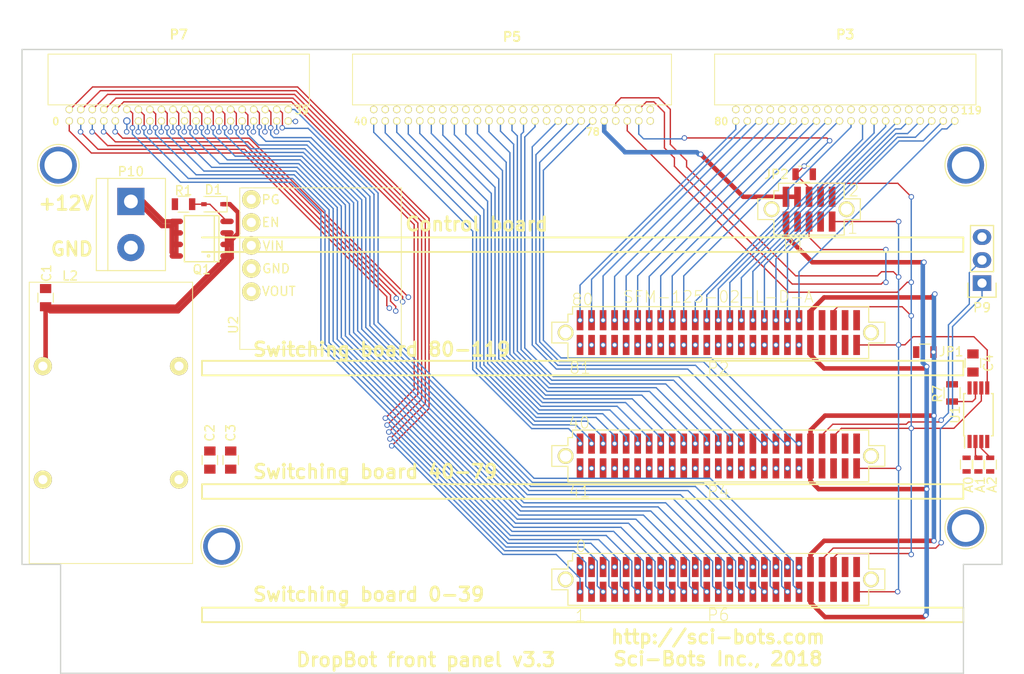
<source format=kicad_pcb>
(kicad_pcb (version 20171130) (host pcbnew "(5.1.5)-2")
  (title_block (title "DropBot front panel") (date 2018-05-10) (rev 3.3) (company "Sci-Bots Inc."))
  (layers (0 F.Cu signal) (1 PWR power) (2 GND power) (31 B.Cu signal) (34 B.Paste user) (35 F.Paste user) (36 B.SilkS user) (37 F.SilkS user) (38 B.Mask user) (39 F.Mask user) (44 Edge.Cuts user))
  (net 0 "")
  (net 1 SCL)
  (net 2 GND)
  (net 3 +12V)
  (net 4 SDA)
  (net 5 +3.3V)
  (net 6 CUR_SENSE)
  (net 7 HVOUT34)
  (net 8 HVOUT36)
  (net 9 HVOUT38)
  (net 10 HVOUT18)
  (net 11 HVOUT20)
  (net 12 HVOUT24)
  (net 13 HVOUT22)
  (net 14 HVOUT30)
  (net 15 HVOUT32)
  (net 16 HVOUT28)
  (net 17 HVOUT26)
  (net 18 HVOUT10)
  (net 19 HVOUT12)
  (net 20 HVOUT16)
  (net 21 HVOUT14)
  (net 22 HVOUT6)
  (net 23 HVOUT8)
  (net 24 HVOUT4)
  (net 25 HVGND)
  (net 26 HVOUT33)
  (net 27 HVOUT35)
  (net 28 HVOUT39)
  (net 29 HVOUT37)
  (net 30 HVOUT17)
  (net 31 HVOUT19)
  (net 32 HVOUT23)
  (net 33 HVOUT21)
  (net 34 HVOUT5)
  (net 35 HVOUT7)
  (net 36 HVOUT3)
  (net 37 HVOUT1)
  (net 38 HVOUT9)
  (net 39 HVOUT11)
  (net 40 HVOUT15)
  (net 41 HVOUT13)
  (net 42 HVOUT0)
  (net 43 HVOUT2)
  (net 44 HVOUT25)
  (net 45 HVOUT27)
  (net 46 HVOUT31)
  (net 47 HVOUT29)
  (net 48 HVOUT68)
  (net 49 HVOUT70)
  (net 50 HVOUT74)
  (net 51 HVOUT72)
  (net 52 HVOUT78)
  (net 53 HVOUT76)
  (net 54 HVOUT69)
  (net 55 HVOUT71)
  (net 56 HVOUT75)
  (net 57 HVOUT73)
  (net 58 HVOUT79)
  (net 59 HVOUT77)
  (net 60 HVOUT61)
  (net 61 HVOUT63)
  (net 62 HVOUT67)
  (net 63 HVOUT65)
  (net 64 HVOUT60)
  (net 65 HVOUT62)
  (net 66 HVOUT66)
  (net 67 HVOUT64)
  (net 68 HVOUT56)
  (net 69 HVOUT58)
  (net 70 HVOUT44)
  (net 71 HVOUT46)
  (net 72 HVOUT42)
  (net 73 HVOUT48)
  (net 74 HVOUT50)
  (net 75 HVOUT54)
  (net 76 HVOUT52)
  (net 77 HVOUT57)
  (net 78 HVOUT59)
  (net 79 HVOUT45)
  (net 80 HVOUT47)
  (net 81 HVOUT43)
  (net 82 HVOUT41)
  (net 83 HVOUT49)
  (net 84 HVOUT51)
  (net 85 HVOUT55)
  (net 86 HVOUT53)
  (net 87 HVOUT40)
  (net 88 HVOUT108)
  (net 89 HVOUT110)
  (net 90 HVOUT114)
  (net 91 HVOUT112)
  (net 92 HVOUT118)
  (net 93 HVOUT116)
  (net 94 HVOUT109)
  (net 95 HVOUT111)
  (net 96 HVOUT115)
  (net 97 HVOUT113)
  (net 98 HVOUT119)
  (net 99 HVOUT117)
  (net 100 HVOUT101)
  (net 101 HVOUT103)
  (net 102 HVOUT107)
  (net 103 HVOUT105)
  (net 104 HVOUT100)
  (net 105 HVOUT102)
  (net 106 HVOUT106)
  (net 107 HVOUT104)
  (net 108 HVOUT96)
  (net 109 HVOUT98)
  (net 110 HVOUT84)
  (net 111 HVOUT86)
  (net 112 HVOUT82)
  (net 113 HVOUT88)
  (net 114 HVOUT90)
  (net 115 HVOUT94)
  (net 116 HVOUT92)
  (net 117 HVOUT97)
  (net 118 HVOUT99)
  (net 119 HVOUT85)
  (net 120 HVOUT87)
  (net 121 HVOUT83)
  (net 122 HVOUT81)
  (net 123 HVOUT89)
  (net 124 HVOUT91)
  (net 125 HVOUT95)
  (net 126 HVOUT93)
  (net 127 HVOUT80)
  (net 128 HV_OE)
  (net 129 RST1)
  (net 130 RST2)
  (net 131 RST3)
  (net 132 HVAC)
  (net 133 CHASIS_GND)
  (net 134 "Net-(U2-Pad2)")
  (net 135 "Net-(U2-Pad1)")
  (net 136 "Net-(C1-Pad1)")
  (net 137 "Net-(D1-Pad2)")
  (net 138 "Net-(R7-Pad2)")
  (net 139 "Net-(JP4-Pad2)")
  (net 140 "Net-(JP5-Pad2)")
  (net 141 /CH-X1)
  (net 142 /CH-X2)
  (net 143 /+12V_SUPPLY)
  (module Sci-Bots:RN242-X-02-XXX (layer F.Cu) (at 55.8 72.4)
    (fp_text reference L2 (at -4.5 -16.2) (layer F.SilkS))
    (fp_text value 1.8mH)
    (pad 3 thru_hole circle (at 7.5 6.25) (size 2 2) (drill 1) (layers *.Cu *.Mask F.SilkS))
    (pad 2 thru_hole circle (at 7.5 -6.25) (size 2 2) (drill 1) (layers *.Cu *.Mask F.SilkS))
    (pad 4 thru_hole circle (at -7.5 6.25) (size 2 2) (drill 1) (layers *.Cu *.Mask F.SilkS))
    (pad 1 thru_hole circle (at -7.5 -6.25) (size 2 2) (drill 1) (layers *.Cu *.Mask F.SilkS) (net 136 "Net-(C1-Pad1)"))
  )
  (module Pin_Headers:Pin_Header_Straight_1x03 (layer F.Cu) (at 151.8 57 180)
    (fp_text reference P9 (at 0 -2.7 180) (layer F.SilkS))
    (fp_text value Conn_01x03 hide)
    (pad 1 thru_hole rect (at 0 0 180) (size 2.032 1.7272) (drill 1.016) (layers *.Cu *.Mask) (net 129 RST1))
    (pad 2 thru_hole oval (at 0 2.54 180) (size 2.032 1.7272) (drill 1.016) (layers *.Cu *.Mask) (net 130 RST2))
    (pad 3 thru_hole oval (at 0 5.08 180) (size 2.032 1.7272) (drill 1.016) (layers *.Cu *.Mask))
  )
  (module Connect:bornier2 (layer F.Cu) (at 58 48 270)
    (fp_text reference P10 (at -3.3 0 180) (layer F.SilkS))
    (fp_text value Conn_01x02 hide)
    (pad 1 thru_hole rect (at 0 0 270) (size 3 3) (drill 1.52) (layers *.Cu *.Mask) (net 143 /+12V_SUPPLY))
    (pad 2 thru_hole circle (at 5.08 0 270) (size 3 3) (drill 1.52) (layers *.Cu *.Mask))
  )
  (module Power_Integrations:SO-8 (layer F.Cu) (at 65.8 52.1 90)
    (fp_text reference Q1 (at -3.4 0 180) (layer F.SilkS))
    (fp_text value IRF9388TRPBF hide)
    (pad 1 smd oval (at -1.905 2.794 90) (size 0.6096 1.4732) (layers F.Cu F.Paste F.Mask) (net 136 "Net-(C1-Pad1)"))
    (pad 2 smd oval (at -0.635 2.794 90) (size 0.6096 1.4732) (layers F.Cu F.Paste F.Mask) (net 136 "Net-(C1-Pad1)"))
    (pad 3 smd oval (at 0.635 2.794 90) (size 0.6096 1.4732) (layers F.Cu F.Paste F.Mask) (net 136 "Net-(C1-Pad1)"))
    (pad 4 smd oval (at 1.905 2.794 90) (size 0.6096 1.4732) (layers F.Cu F.Paste F.Mask) (net 137 "Net-(D1-Pad2)"))
    (pad 5 smd oval (at 1.905 -2.794 90) (size 0.6096 1.4732) (layers F.Cu F.Paste F.Mask) (net 143 /+12V_SUPPLY))
    (pad 6 smd oval (at 0.635 -2.794 90) (size 0.6096 1.4732) (layers F.Cu F.Paste F.Mask) (net 143 /+12V_SUPPLY))
    (pad 7 smd oval (at -0.635 -2.794 90) (size 0.6096 1.4732) (layers F.Cu F.Paste F.Mask) (net 143 /+12V_SUPPLY))
    (pad 8 smd oval (at -1.905 -2.794 90) (size 0.6096 1.4732) (layers F.Cu F.Paste F.Mask) (net 143 /+12V_SUPPLY))
  )
  (module Resistors_SMD:R_0805 (layer F.Cu) (at 145.5 64.6)
    (fp_text reference JP1 (at 2.9 -0.05) (layer F.SilkS))
    (fp_text value JUMPER)
    (pad 1 smd rect (at -0.95 0) (size 0.7 1.3) (layers F.Cu F.Paste F.Mask))
    (pad 2 smd rect (at 0.95 0) (size 0.7 1.3) (layers F.Cu F.Paste F.Mask))
  )
  (module Resistors_SMD:R_0805 (layer F.Cu) (at 132.2 45 180)
    (fp_text reference JP2 (at 3.05 0 180) (layer F.SilkS))
    (fp_text value JUMPER)
    (pad 1 smd rect (at -0.95 0 180) (size 0.7 1.3) (layers F.Cu F.Paste F.Mask))
    (pad 2 smd rect (at 0.95 0 180) (size 0.7 1.3) (layers F.Cu F.Paste F.Mask) (net 128 HV_OE))
  )
  (module Capacitors_SMD:C_0805 (layer F.Cu) (at 48.6 58.6 90)
    (fp_text reference C1 (at 2.7 0.1 90) (layer F.SilkS))
    (fp_text value 0.1uF hide)
    (pad 1 smd rect (at -1 0 90) (size 1 1.25) (layers F.Cu F.Paste F.Mask) (net 136 "Net-(C1-Pad1)"))
    (pad 2 smd rect (at 1 0 90) (size 1 1.25) (layers F.Cu F.Paste F.Mask))
  )
  (module Capacitors_SMD:C_0805 (layer F.Cu) (at 66.7 76.5 270)
    (fp_text reference C2 (at -3 0 270) (layer F.SilkS))
    (fp_text value 0.1uF)
    (pad 1 smd rect (at -1 0 270) (size 1 1.25) (layers F.Cu F.Paste F.Mask))
    (pad 2 smd rect (at 1 0 270) (size 1 1.25) (layers F.Cu F.Paste F.Mask))
  )
  (module Capacitors_SMD:C_0805 (layer F.Cu) (at 69 76.5 270)
    (fp_text reference C3 (at -3 0 270) (layer F.SilkS))
    (fp_text value 0.1uF)
    (pad 1 smd rect (at -1 0 270) (size 1 1.25) (layers F.Cu F.Paste F.Mask))
    (pad 2 smd rect (at 1 0 270) (size 1 1.25) (layers F.Cu F.Paste F.Mask))
  )
  (module Sci-Bots:D24V22F (layer F.Cu) (at 70 46.5 270)
    (fp_text reference U2 (at 15.1 0.7 90) (layer F.SilkS))
    (fp_text value D24V22F3)
    (fp_text user VOUT (at 11.4 -4.3) (layer F.SilkS))
    (fp_text user VIN (at 6.4 -3.7) (layer F.SilkS))
    (fp_text user GND (at 8.9 -4) (layer F.SilkS))
    (fp_text user EN (at 3.8 -3.4) (layer F.SilkS))
    (fp_text user PG (at 1.3 -3.4) (layer F.SilkS))
    (pad 5 thru_hole circle (at 11.43 -1.27 270) (size 2.032 2.032) (drill 1.016) (layers *.Cu *.Mask F.SilkS))
    (pad 4 thru_hole circle (at 8.89 -1.27 270) (size 2.032 2.032) (drill 1.016) (layers *.Cu *.Mask F.SilkS))
    (pad 3 thru_hole circle (at 6.35 -1.27 270) (size 2.032 2.032) (drill 1.016) (layers *.Cu *.Mask F.SilkS))
    (pad 2 thru_hole circle (at 3.81 -1.27 270) (size 2.032 2.032) (drill 1.016) (layers *.Cu *.Mask F.SilkS))
    (pad 1 thru_hole circle (at 1.27 -1.27 270) (size 2.032 2.032) (drill 1.016) (layers *.Cu *.Mask F.SilkS))
  )
  (module Connect:1pin (layer F.Cu) (at 50 44)
    (fp_text reference P8 hide)
    (fp_text value Conn_01x01 hide)
    (pad 1 thru_hole circle (at 0 0) (size 4.064 4.064) (drill 3.048) (layers *.Cu *.Mask))
  )
  (module Connect:1pin (layer F.Cu) (at 150 44)
    (fp_text reference P13 hide)
    (fp_text value Conn_01x01 hide)
    (pad 1 thru_hole circle (at 0 0) (size 4.064 4.064) (drill 3.048) (layers *.Cu *.Mask))
  )
  (module Connect:1pin (layer F.Cu) (at 150 84)
    (fp_text reference P14 hide)
    (fp_text value Conn_01x01 hide)
    (pad 1 thru_hole circle (at 0 0) (size 4.064 4.064) (drill 3.048) (layers *.Cu *.Mask))
  )
  (module Connect:1pin (layer F.Cu) (at 68 86)
    (fp_text reference P15 hide)
    (fp_text value Conn_01x01 hide)
    (pad 1 thru_hole circle (at 0 0) (size 4.064 4.064) (drill 3.048) (layers *.Cu *.Mask))
  )
  (module Sci-Bots:SFM-125-02-XXX-D-A (layer F.Cu) (at 122.7384 76.049)
    (fp_text reference P4 (at 0 3.937) (layer F.SilkS) (effects (font (size 1.27 1.27) (thickness 0.1016))))
    (fp_text value SFM-125-02-L-D-A)
    (fp_text user 41 (at -15.2884 3.901) (layer F.SilkS) (effects (font (size 1.27 1.27) (thickness 0.1016))))
    (fp_text user 40 (at -15.3384 -3.649) (layer F.SilkS) (effects (font (size 1.27 1.27) (thickness 0.1016))))
    (pad 47 smd rect (at -13.97 1.36398) (size 0.7366 2.21996) (layers F.Cu F.Paste F.Mask))
    (pad 48 smd rect (at -13.97 -1.36398) (size 0.7366 2.21996) (layers F.Cu F.Paste F.Mask))
    (pad 33 smd rect (at -5.08 1.36398) (size 0.7366 2.21996) (layers F.Cu F.Paste F.Mask))
    (pad 34 smd rect (at -5.08 -1.36398) (size 0.7366 2.21996) (layers F.Cu F.Paste F.Mask))
    (pad 35 smd rect (at -6.35 1.36398) (size 0.7366 2.21996) (layers F.Cu F.Paste F.Mask))
    (pad 36 smd rect (at -6.35 -1.36398) (size 0.7366 2.21996) (layers F.Cu F.Paste F.Mask))
    (pad 37 smd rect (at -7.62 1.36398) (size 0.7366 2.21996) (layers F.Cu F.Paste F.Mask))
    (pad 38 smd rect (at -7.62 -1.36398) (size 0.7366 2.21996) (layers F.Cu F.Paste F.Mask))
    (pad 39 smd rect (at -8.89 1.36398) (size 0.7366 2.21996) (layers F.Cu F.Paste F.Mask))
    (pad 40 smd rect (at -8.89 -1.36398) (size 0.7366 2.21996) (layers F.Cu F.Paste F.Mask))
    (pad 20 smd rect (at 3.81 -1.36398) (size 0.7366 2.21996) (layers F.Cu F.Paste F.Mask))
    (pad 19 smd rect (at 3.81 1.36398) (size 0.7366 2.21996) (layers F.Cu F.Paste F.Mask))
    (pad 18 smd rect (at 5.08 -1.36398) (size 0.7366 2.21996) (layers F.Cu F.Paste F.Mask))
    (pad 17 smd rect (at 5.08 1.36398) (size 0.7366 2.21996) (layers F.Cu F.Paste F.Mask))
    (pad 16 smd rect (at 6.35 -1.36398) (size 0.7366 2.21996) (layers F.Cu F.Paste F.Mask))
    (pad 15 smd rect (at 6.35 1.36398) (size 0.7366 2.21996) (layers F.Cu F.Paste F.Mask))
    (pad 14 smd rect (at 7.62 -1.36398) (size 0.7366 2.21996) (layers F.Cu F.Paste F.Mask))
    (pad 13 smd rect (at 7.62 1.36398) (size 0.7366 2.21996) (layers F.Cu F.Paste F.Mask))
    (pad 12 smd rect (at 8.89 -1.36398) (size 0.7366 2.21996) (layers F.Cu F.Paste F.Mask))
    (pad 11 smd rect (at 8.89 1.36398) (size 0.7366 2.21996) (layers F.Cu F.Paste F.Mask))
    (pad 50 smd rect (at -15.24 -1.36398) (size 0.7366 2.21996) (layers F.Cu F.Paste F.Mask))
    (pad 49 smd rect (at -15.24 1.36398) (size 0.7366 2.21996) (layers F.Cu F.Paste F.Mask))
    (pad 46 smd rect (at -12.7 -1.36398) (size 0.7366 2.21996) (layers F.Cu F.Paste F.Mask))
    (pad 45 smd rect (at -12.7 1.36398) (size 0.7366 2.21996) (layers F.Cu F.Paste F.Mask))
    (pad 44 smd rect (at -11.43 -1.36398) (size 0.7366 2.21996) (layers F.Cu F.Paste F.Mask))
    (pad 43 smd rect (at -11.43 1.36398) (size 0.7366 2.21996) (layers F.Cu F.Paste F.Mask))
    (pad 42 smd rect (at -10.16 -1.36398) (size 0.7366 2.21996) (layers F.Cu F.Paste F.Mask))
    (pad 41 smd rect (at -10.16 1.36398) (size 0.7366 2.21996) (layers F.Cu F.Paste F.Mask))
    (pad 32 smd rect (at -3.81 -1.36398) (size 0.7366 2.21996) (layers F.Cu F.Paste F.Mask))
    (pad 31 smd rect (at -3.81 1.36398) (size 0.7366 2.21996) (layers F.Cu F.Paste F.Mask))
    (pad 1 smd rect (at 15.24 1.36398) (size 0.7366 2.21996) (layers F.Cu F.Paste F.Mask) (net 4 SDA))
    (pad 2 smd rect (at 15.24 -1.36398) (size 0.7366 2.21996) (layers F.Cu F.Paste F.Mask))
    (pad 3 smd rect (at 13.97 1.36398) (size 0.7366 2.21996) (layers F.Cu F.Paste F.Mask))
    (pad 4 smd rect (at 13.97 -1.36398) (size 0.7366 2.21996) (layers F.Cu F.Paste F.Mask))
    (pad 5 smd rect (at 12.7 1.36398) (size 0.7366 2.21996) (layers F.Cu F.Paste F.Mask))
    (pad 6 smd rect (at 12.7 -1.36398) (size 0.7366 2.21996) (layers F.Cu F.Paste F.Mask) (net 1 SCL))
    (pad 7 smd rect (at 11.43 1.36398) (size 0.7366 2.21996) (layers F.Cu F.Paste F.Mask))
    (pad 8 smd rect (at 11.43 -1.36398) (size 0.7366 2.21996) (layers F.Cu F.Paste F.Mask) (net 130 RST2))
    (pad 9 smd rect (at 10.16 1.36398) (size 0.7366 2.21996) (layers F.Cu F.Paste F.Mask) (net 132 HVAC))
    (pad 10 smd rect (at 10.16 -1.36398) (size 0.7366 2.21996) (layers F.Cu F.Paste F.Mask) (net 25 HVGND))
    (pad 21 smd rect (at 2.54 1.36398) (size 0.7366 2.21996) (layers F.Cu F.Paste F.Mask))
    (pad 22 smd rect (at 2.54 -1.36398) (size 0.7366 2.21996) (layers F.Cu F.Paste F.Mask))
    (pad 23 smd rect (at 1.27 1.36398) (size 0.7366 2.21996) (layers F.Cu F.Paste F.Mask))
    (pad 24 smd rect (at 1.27 -1.36398) (size 0.7366 2.21996) (layers F.Cu F.Paste F.Mask))
    (pad 25 smd rect (at 0 1.36398) (size 0.7366 2.21996) (layers F.Cu F.Paste F.Mask))
    (pad 26 smd rect (at 0 -1.36398) (size 0.7366 2.21996) (layers F.Cu F.Paste F.Mask))
    (pad 27 smd rect (at -1.27 1.36398) (size 0.7366 2.21996) (layers F.Cu F.Paste F.Mask))
    (pad 28 smd rect (at -1.27 -1.36398) (size 0.7366 2.21996) (layers F.Cu F.Paste F.Mask))
    (pad 29 smd rect (at -2.54 1.36398) (size 0.7366 2.21996) (layers F.Cu F.Paste F.Mask))
    (pad 30 smd rect (at -2.54 -1.36398) (size 0.7366 2.21996) (layers F.Cu F.Paste F.Mask))
    (pad "" thru_hole circle (at -16.8275 0) (size 1.75 1.75) (drill 1.27) (layers *.Cu *.Mask F.SilkS))
    (pad "" thru_hole circle (at 16.8275 0) (size 1.75 1.75) (drill 1.27) (layers *.Cu *.Mask F.SilkS))
  )
  (module Sci-Bots:SFM-125-02-XXX-D-A (layer F.Cu) (at 122.7384 89.649)
    (fp_text reference P6 (at 0 3.937) (layer F.SilkS) (effects (font (size 1.27 1.27) (thickness 0.1016))))
    (fp_text value SFM-125-02-L-D-A)
    (fp_text user 1 (at -15.1884 4.001) (layer F.SilkS) (effects (font (size 1.27 1.27) (thickness 0.1016))))
    (fp_text user 0 (at -15.1384 -3.649) (layer F.SilkS) (effects (font (size 1.27 1.27) (thickness 0.1016))))
    (pad 47 smd rect (at -13.97 1.36398) (size 0.7366 2.21996) (layers F.Cu F.Paste F.Mask))
    (pad 48 smd rect (at -13.97 -1.36398) (size 0.7366 2.21996) (layers F.Cu F.Paste F.Mask))
    (pad 33 smd rect (at -5.08 1.36398) (size 0.7366 2.21996) (layers F.Cu F.Paste F.Mask))
    (pad 34 smd rect (at -5.08 -1.36398) (size 0.7366 2.21996) (layers F.Cu F.Paste F.Mask))
    (pad 35 smd rect (at -6.35 1.36398) (size 0.7366 2.21996) (layers F.Cu F.Paste F.Mask))
    (pad 36 smd rect (at -6.35 -1.36398) (size 0.7366 2.21996) (layers F.Cu F.Paste F.Mask))
    (pad 37 smd rect (at -7.62 1.36398) (size 0.7366 2.21996) (layers F.Cu F.Paste F.Mask))
    (pad 38 smd rect (at -7.62 -1.36398) (size 0.7366 2.21996) (layers F.Cu F.Paste F.Mask))
    (pad 39 smd rect (at -8.89 1.36398) (size 0.7366 2.21996) (layers F.Cu F.Paste F.Mask))
    (pad 40 smd rect (at -8.89 -1.36398) (size 0.7366 2.21996) (layers F.Cu F.Paste F.Mask))
    (pad 20 smd rect (at 3.81 -1.36398) (size 0.7366 2.21996) (layers F.Cu F.Paste F.Mask))
    (pad 19 smd rect (at 3.81 1.36398) (size 0.7366 2.21996) (layers F.Cu F.Paste F.Mask))
    (pad 18 smd rect (at 5.08 -1.36398) (size 0.7366 2.21996) (layers F.Cu F.Paste F.Mask))
    (pad 17 smd rect (at 5.08 1.36398) (size 0.7366 2.21996) (layers F.Cu F.Paste F.Mask))
    (pad 16 smd rect (at 6.35 -1.36398) (size 0.7366 2.21996) (layers F.Cu F.Paste F.Mask))
    (pad 15 smd rect (at 6.35 1.36398) (size 0.7366 2.21996) (layers F.Cu F.Paste F.Mask))
    (pad 14 smd rect (at 7.62 -1.36398) (size 0.7366 2.21996) (layers F.Cu F.Paste F.Mask))
    (pad 13 smd rect (at 7.62 1.36398) (size 0.7366 2.21996) (layers F.Cu F.Paste F.Mask))
    (pad 12 smd rect (at 8.89 -1.36398) (size 0.7366 2.21996) (layers F.Cu F.Paste F.Mask) (net 9 HVOUT38))
    (pad 11 smd rect (at 8.89 1.36398) (size 0.7366 2.21996) (layers F.Cu F.Paste F.Mask) (net 28 HVOUT39))
    (pad 50 smd rect (at -15.24 -1.36398) (size 0.7366 2.21996) (layers F.Cu F.Paste F.Mask))
    (pad 49 smd rect (at -15.24 1.36398) (size 0.7366 2.21996) (layers F.Cu F.Paste F.Mask))
    (pad 46 smd rect (at -12.7 -1.36398) (size 0.7366 2.21996) (layers F.Cu F.Paste F.Mask))
    (pad 45 smd rect (at -12.7 1.36398) (size 0.7366 2.21996) (layers F.Cu F.Paste F.Mask))
    (pad 44 smd rect (at -11.43 -1.36398) (size 0.7366 2.21996) (layers F.Cu F.Paste F.Mask))
    (pad 43 smd rect (at -11.43 1.36398) (size 0.7366 2.21996) (layers F.Cu F.Paste F.Mask))
    (pad 42 smd rect (at -10.16 -1.36398) (size 0.7366 2.21996) (layers F.Cu F.Paste F.Mask))
    (pad 41 smd rect (at -10.16 1.36398) (size 0.7366 2.21996) (layers F.Cu F.Paste F.Mask))
    (pad 32 smd rect (at -3.81 -1.36398) (size 0.7366 2.21996) (layers F.Cu F.Paste F.Mask))
    (pad 31 smd rect (at -3.81 1.36398) (size 0.7366 2.21996) (layers F.Cu F.Paste F.Mask))
    (pad 1 smd rect (at 15.24 1.36398) (size 0.7366 2.21996) (layers F.Cu F.Paste F.Mask) (net 4 SDA))
    (pad 2 smd rect (at 15.24 -1.36398) (size 0.7366 2.21996) (layers F.Cu F.Paste F.Mask))
    (pad 3 smd rect (at 13.97 1.36398) (size 0.7366 2.21996) (layers F.Cu F.Paste F.Mask))
    (pad 4 smd rect (at 13.97 -1.36398) (size 0.7366 2.21996) (layers F.Cu F.Paste F.Mask))
    (pad 5 smd rect (at 12.7 1.36398) (size 0.7366 2.21996) (layers F.Cu F.Paste F.Mask))
    (pad 6 smd rect (at 12.7 -1.36398) (size 0.7366 2.21996) (layers F.Cu F.Paste F.Mask) (net 1 SCL))
    (pad 7 smd rect (at 11.43 1.36398) (size 0.7366 2.21996) (layers F.Cu F.Paste F.Mask))
    (pad 8 smd rect (at 11.43 -1.36398) (size 0.7366 2.21996) (layers F.Cu F.Paste F.Mask) (net 129 RST1))
    (pad 9 smd rect (at 10.16 1.36398) (size 0.7366 2.21996) (layers F.Cu F.Paste F.Mask) (net 132 HVAC))
    (pad 10 smd rect (at 10.16 -1.36398) (size 0.7366 2.21996) (layers F.Cu F.Paste F.Mask) (net 25 HVGND))
    (pad 21 smd rect (at 2.54 1.36398) (size 0.7366 2.21996) (layers F.Cu F.Paste F.Mask))
    (pad 22 smd rect (at 2.54 -1.36398) (size 0.7366 2.21996) (layers F.Cu F.Paste F.Mask))
    (pad 23 smd rect (at 1.27 1.36398) (size 0.7366 2.21996) (layers F.Cu F.Paste F.Mask))
    (pad 24 smd rect (at 1.27 -1.36398) (size 0.7366 2.21996) (layers F.Cu F.Paste F.Mask))
    (pad 25 smd rect (at 0 1.36398) (size 0.7366 2.21996) (layers F.Cu F.Paste F.Mask))
    (pad 26 smd rect (at 0 -1.36398) (size 0.7366 2.21996) (layers F.Cu F.Paste F.Mask))
    (pad 27 smd rect (at -1.27 1.36398) (size 0.7366 2.21996) (layers F.Cu F.Paste F.Mask))
    (pad 28 smd rect (at -1.27 -1.36398) (size 0.7366 2.21996) (layers F.Cu F.Paste F.Mask))
    (pad 29 smd rect (at -2.54 1.36398) (size 0.7366 2.21996) (layers F.Cu F.Paste F.Mask))
    (pad 30 smd rect (at -2.54 -1.36398) (size 0.7366 2.21996) (layers F.Cu F.Paste F.Mask))
    (pad "" thru_hole circle (at -16.8275 0) (size 1.75 1.75) (drill 1.27) (layers *.Cu *.Mask F.SilkS))
    (pad "" thru_hole circle (at 16.8275 0) (size 1.75 1.75) (drill 1.27) (layers *.Cu *.Mask F.SilkS))
  )
  (module Diodes_SMD:D_SOD-323 (layer F.Cu) (at 67.1 48.3 180)
    (fp_text reference D1 (at 0 1.6 180) (layer F.SilkS))
    (fp_text value 10V)
    (pad 1 smd rect (at -1.05 0 180) (size 0.6 0.45) (layers F.Cu F.Paste F.Mask) (net 136 "Net-(C1-Pad1)"))
    (pad 2 smd rect (at 1.05 0 180) (size 0.6 0.45) (layers F.Cu F.Paste F.Mask) (net 137 "Net-(D1-Pad2)"))
  )
  (module Resistors_SMD:R_0805 (layer F.Cu) (at 63.8 48.3 180)
    (fp_text reference R1 (at 0 1.5 180) (layer F.SilkS))
    (fp_text value 10k)
    (pad 1 smd rect (at -0.95 0 180) (size 0.7 1.3) (layers F.Cu F.Paste F.Mask) (net 137 "Net-(D1-Pad2)"))
    (pad 2 smd rect (at 0.95 0 180) (size 0.7 1.3) (layers F.Cu F.Paste F.Mask))
  )
  (module Resistors_SMD:R_0805 (layer F.Cu) (at 148.5 69.1 270)
    (fp_text reference R7 (at 0.1 1.6 270) (layer F.SilkS))
    (fp_text value 10k)
    (pad 1 smd rect (at -0.95 0 270) (size 0.7 1.3) (layers F.Cu F.Paste F.Mask))
    (pad 2 smd rect (at 0.95 0 270) (size 0.7 1.3) (layers F.Cu F.Paste F.Mask) (net 138 "Net-(R7-Pad2)"))
  )
  (module Housings_SSOP:TSSOP-8_4.4x3mm_Pitch0.65mm (layer F.Cu) (at 151.4 71.5 90)
    (fp_text reference U1 (at 0 -2.55 90) (layer F.SilkS))
    (fp_text value CAT24C__)
    (pad 1 smd rect (at -2.95 -0.975 90) (size 1.45 0.45) (layers F.Cu F.Paste F.Mask))
    (pad 2 smd rect (at -2.95 -0.325 90) (size 1.45 0.45) (layers F.Cu F.Paste F.Mask) (net 139 "Net-(JP4-Pad2)"))
    (pad 3 smd rect (at -2.95 0.325 90) (size 1.45 0.45) (layers F.Cu F.Paste F.Mask) (net 140 "Net-(JP5-Pad2)"))
    (pad 4 smd rect (at -2.95 0.975 90) (size 1.45 0.45) (layers F.Cu F.Paste F.Mask))
    (pad 5 smd rect (at 2.95 0.975 90) (size 1.45 0.45) (layers F.Cu F.Paste F.Mask) (net 4 SDA))
    (pad 6 smd rect (at 2.95 0.325 90) (size 1.45 0.45) (layers F.Cu F.Paste F.Mask) (net 1 SCL))
    (pad 7 smd rect (at 2.95 -0.325 90) (size 1.45 0.45) (layers F.Cu F.Paste F.Mask) (net 138 "Net-(R7-Pad2)"))
    (pad 8 smd rect (at 2.95 -0.975 90) (size 1.45 0.45) (layers F.Cu F.Paste F.Mask))
  )
  (module Resistors_SMD:R_0603 (layer F.Cu) (at 150.1 77 90)
    (fp_text reference JP3 hide)
    (fp_text value A0 (at -2.2 0.2 90) (layer F.SilkS))
    (pad 1 smd rect (at -0.75 0 90) (size 0.5 0.9) (layers F.Cu F.Paste F.Mask))
    (pad 2 smd rect (at 0.75 0 90) (size 0.5 0.9) (layers F.Cu F.Paste F.Mask))
  )
  (module Resistors_SMD:R_0603 (layer F.Cu) (at 151.4 77 90)
    (fp_text reference JP4 hide)
    (fp_text value A1 (at -2.2 0.2 90) (layer F.SilkS))
    (pad 1 smd rect (at -0.75 0 90) (size 0.5 0.9) (layers F.Cu F.Paste F.Mask))
    (pad 2 smd rect (at 0.75 0 90) (size 0.5 0.9) (layers F.Cu F.Paste F.Mask) (net 139 "Net-(JP4-Pad2)"))
  )
  (module Resistors_SMD:R_0603 (layer F.Cu) (at 152.7 77 90)
    (fp_text reference JP5 hide)
    (fp_text value A2 (at -2.2 0.2 90) (layer F.SilkS))
    (pad 1 smd rect (at -0.75 0 90) (size 0.5 0.9) (layers F.Cu F.Paste F.Mask))
    (pad 2 smd rect (at 0.75 0 90) (size 0.5 0.9) (layers F.Cu F.Paste F.Mask) (net 140 "Net-(JP5-Pad2)"))
  )
  (module Sci-Bots:SFM-105-02-XXX-D-A (layer F.Cu) (at 132.7384 48.8495)
    (fp_text reference P1 (at -1.651 3.937) (layer F.SilkS) (effects (font (size 1.27 1.27) (thickness 0.1016))))
    (fp_text value SFM-105-02-L-D-A hide)
    (fp_text user 1 (at 4.8026 2.0775) (layer F.SilkS) (effects (font (size 1.27 1.27) (thickness 0.1016))))
    (fp_text user 2 (at 4.9296 -2.05) (layer F.SilkS) (effects (font (size 1.27 1.27) (thickness 0.1016))))
    (pad "" thru_hole circle (at 4.1275 0) (size 1.75 1.75) (drill 1.27) (layers *.Cu *.Mask F.SilkS))
    (pad 10 smd rect (at -2.54 -1.36398) (size 0.7366 2.21996) (layers F.Cu F.Paste F.Mask) (net 3 +12V))
    (pad 9 smd rect (at -2.54 1.36398) (size 0.7366 2.21996) (layers F.Cu F.Paste F.Mask) (net 132 HVAC))
    (pad 8 smd rect (at -1.27 -1.36398) (size 0.7366 2.21996) (layers F.Cu F.Paste F.Mask) (net 3 +12V))
    (pad 7 smd rect (at -1.27 1.36398) (size 0.7366 2.21996) (layers F.Cu F.Paste F.Mask))
    (pad 1 smd rect (at 2.54 1.36398) (size 0.7366 2.21996) (layers F.Cu F.Paste F.Mask) (net 4 SDA))
    (pad 2 smd rect (at 2.54 -1.36398) (size 0.7366 2.21996) (layers F.Cu F.Paste F.Mask))
    (pad 3 smd rect (at 1.27 1.36398) (size 0.7366 2.21996) (layers F.Cu F.Paste F.Mask))
    (pad 4 smd rect (at 1.27 -1.36398) (size 0.7366 2.21996) (layers F.Cu F.Paste F.Mask) (net 1 SCL))
    (pad 5 smd rect (at 0 1.36398) (size 0.7366 2.21996) (layers F.Cu F.Paste F.Mask) (net 6 CUR_SENSE))
    (pad 6 smd rect (at 0 -1.36398) (size 0.7366 2.21996) (layers F.Cu F.Paste F.Mask) (net 128 HV_OE))
    (pad "" thru_hole circle (at -4.1275 0) (size 1.75 1.75) (drill 1.27) (layers *.Cu *.Mask F.SilkS))
  )
  (module Capacitors_SMD:C_0805 (layer F.Cu) (at 150.8 65.8 90)
    (fp_text reference C4 (at 0 1.7 90) (layer F.SilkS))
    (fp_text value 0.1uF)
    (pad 1 smd rect (at -1 0 90) (size 1 1.25) (layers F.Cu F.Paste F.Mask))
    (pad 2 smd rect (at 1 0 90) (size 1 1.25) (layers F.Cu F.Paste F.Mask))
  )
  (module Sci-Bots:SFM-125-02-XXX-D-A (layer F.Cu) (at 122.7384 62.449)
    (fp_text reference P2 (at 0 3.937) (layer F.SilkS) (effects (font (size 1.27 1.27) (thickness 0.1016))))
    (fp_text value SFM-125-02-L-D-A (at 0 -3.937) (layer F.SilkS) (effects (font (size 1.27 1.27) (thickness 0.1016))))
    (fp_text user 81 (at -15.2329 3.9085) (layer F.SilkS) (effects (font (size 1.27 1.27) (thickness 0.1016))))
    (fp_text user 80 (at -14.9789 -3.648) (layer F.SilkS) (effects (font (size 1.27 1.27) (thickness 0.1016))))
    (pad 47 smd rect (at -13.97 1.36398) (size 0.7366 2.21996) (layers F.Cu F.Paste F.Mask))
    (pad 48 smd rect (at -13.97 -1.36398) (size 0.7366 2.21996) (layers F.Cu F.Paste F.Mask))
    (pad 33 smd rect (at -5.08 1.36398) (size 0.7366 2.21996) (layers F.Cu F.Paste F.Mask))
    (pad 34 smd rect (at -5.08 -1.36398) (size 0.7366 2.21996) (layers F.Cu F.Paste F.Mask))
    (pad 35 smd rect (at -6.35 1.36398) (size 0.7366 2.21996) (layers F.Cu F.Paste F.Mask))
    (pad 36 smd rect (at -6.35 -1.36398) (size 0.7366 2.21996) (layers F.Cu F.Paste F.Mask))
    (pad 37 smd rect (at -7.62 1.36398) (size 0.7366 2.21996) (layers F.Cu F.Paste F.Mask))
    (pad 38 smd rect (at -7.62 -1.36398) (size 0.7366 2.21996) (layers F.Cu F.Paste F.Mask))
    (pad 39 smd rect (at -8.89 1.36398) (size 0.7366 2.21996) (layers F.Cu F.Paste F.Mask))
    (pad 40 smd rect (at -8.89 -1.36398) (size 0.7366 2.21996) (layers F.Cu F.Paste F.Mask))
    (pad 20 smd rect (at 3.81 -1.36398) (size 0.7366 2.21996) (layers F.Cu F.Paste F.Mask))
    (pad 19 smd rect (at 3.81 1.36398) (size 0.7366 2.21996) (layers F.Cu F.Paste F.Mask))
    (pad 18 smd rect (at 5.08 -1.36398) (size 0.7366 2.21996) (layers F.Cu F.Paste F.Mask))
    (pad 17 smd rect (at 5.08 1.36398) (size 0.7366 2.21996) (layers F.Cu F.Paste F.Mask))
    (pad 16 smd rect (at 6.35 -1.36398) (size 0.7366 2.21996) (layers F.Cu F.Paste F.Mask))
    (pad 15 smd rect (at 6.35 1.36398) (size 0.7366 2.21996) (layers F.Cu F.Paste F.Mask))
    (pad 14 smd rect (at 7.62 -1.36398) (size 0.7366 2.21996) (layers F.Cu F.Paste F.Mask))
    (pad 13 smd rect (at 7.62 1.36398) (size 0.7366 2.21996) (layers F.Cu F.Paste F.Mask))
    (pad 12 smd rect (at 8.89 -1.36398) (size 0.7366 2.21996) (layers F.Cu F.Paste F.Mask))
    (pad 11 smd rect (at 8.89 1.36398) (size 0.7366 2.21996) (layers F.Cu F.Paste F.Mask))
    (pad 50 smd rect (at -15.24 -1.36398) (size 0.7366 2.21996) (layers F.Cu F.Paste F.Mask))
    (pad 49 smd rect (at -15.24 1.36398) (size 0.7366 2.21996) (layers F.Cu F.Paste F.Mask))
    (pad 46 smd rect (at -12.7 -1.36398) (size 0.7366 2.21996) (layers F.Cu F.Paste F.Mask))
    (pad 45 smd rect (at -12.7 1.36398) (size 0.7366 2.21996) (layers F.Cu F.Paste F.Mask))
    (pad 44 smd rect (at -11.43 -1.36398) (size 0.7366 2.21996) (layers F.Cu F.Paste F.Mask))
    (pad 43 smd rect (at -11.43 1.36398) (size 0.7366 2.21996) (layers F.Cu F.Paste F.Mask))
    (pad 42 smd rect (at -10.16 -1.36398) (size 0.7366 2.21996) (layers F.Cu F.Paste F.Mask))
    (pad 41 smd rect (at -10.16 1.36398) (size 0.7366 2.21996) (layers F.Cu F.Paste F.Mask))
    (pad 32 smd rect (at -3.81 -1.36398) (size 0.7366 2.21996) (layers F.Cu F.Paste F.Mask))
    (pad 31 smd rect (at -3.81 1.36398) (size 0.7366 2.21996) (layers F.Cu F.Paste F.Mask))
    (pad 1 smd rect (at 15.24 1.36398) (size 0.7366 2.21996) (layers F.Cu F.Paste F.Mask) (net 4 SDA))
    (pad 2 smd rect (at 15.24 -1.36398) (size 0.7366 2.21996) (layers F.Cu F.Paste F.Mask))
    (pad 3 smd rect (at 13.97 1.36398) (size 0.7366 2.21996) (layers F.Cu F.Paste F.Mask))
    (pad 4 smd rect (at 13.97 -1.36398) (size 0.7366 2.21996) (layers F.Cu F.Paste F.Mask))
    (pad 5 smd rect (at 12.7 1.36398) (size 0.7366 2.21996) (layers F.Cu F.Paste F.Mask))
    (pad 6 smd rect (at 12.7 -1.36398) (size 0.7366 2.21996) (layers F.Cu F.Paste F.Mask) (net 1 SCL))
    (pad 7 smd rect (at 11.43 1.36398) (size 0.7366 2.21996) (layers F.Cu F.Paste F.Mask))
    (pad 8 smd rect (at 11.43 -1.36398) (size 0.7366 2.21996) (layers F.Cu F.Paste F.Mask))
    (pad 9 smd rect (at 10.16 1.36398) (size 0.7366 2.21996) (layers F.Cu F.Paste F.Mask) (net 132 HVAC))
    (pad 10 smd rect (at 10.16 -1.36398) (size 0.7366 2.21996) (layers F.Cu F.Paste F.Mask) (net 25 HVGND))
    (pad 21 smd rect (at 2.54 1.36398) (size 0.7366 2.21996) (layers F.Cu F.Paste F.Mask))
    (pad 22 smd rect (at 2.54 -1.36398) (size 0.7366 2.21996) (layers F.Cu F.Paste F.Mask))
    (pad 23 smd rect (at 1.27 1.36398) (size 0.7366 2.21996) (layers F.Cu F.Paste F.Mask))
    (pad 24 smd rect (at 1.27 -1.36398) (size 0.7366 2.21996) (layers F.Cu F.Paste F.Mask))
    (pad 25 smd rect (at 0 1.36398) (size 0.7366 2.21996) (layers F.Cu F.Paste F.Mask))
    (pad 26 smd rect (at 0 -1.36398) (size 0.7366 2.21996) (layers F.Cu F.Paste F.Mask))
    (pad 27 smd rect (at -1.27 1.36398) (size 0.7366 2.21996) (layers F.Cu F.Paste F.Mask))
    (pad 28 smd rect (at -1.27 -1.36398) (size 0.7366 2.21996) (layers F.Cu F.Paste F.Mask))
    (pad 29 smd rect (at -2.54 1.36398) (size 0.7366 2.21996) (layers F.Cu F.Paste F.Mask))
    (pad 30 smd rect (at -2.54 -1.36398) (size 0.7366 2.21996) (layers F.Cu F.Paste F.Mask))
    (pad "" thru_hole circle (at -16.8275 0) (size 1.75 1.75) (drill 1.27) (layers *.Cu *.Mask F.SilkS))
    (pad "" thru_hole circle (at 16.8275 0) (size 1.75 1.75) (drill 1.27) (layers *.Cu *.Mask F.SilkS))
  )
  (module Sci-Bots:TFM-120-01-XXX-D-RA (layer F.Cu) (at 136.7284 31.7638)
    (fp_text reference P3 (at 0 -2.159) (layer F.SilkS) (effects (font (size 1.016 1.016) (thickness 0.2032))))
    (fp_text value TFM-120-01-L-D-RA hide)
    (pad 38 thru_hole circle (at -10.795 7.368) (size 0.814 0.814) (drill 0.56) (layers *.Cu *.Mask F.SilkS) (net 112 HVOUT82))
    (pad 40 thru_hole circle (at -12.065 7.368) (size 0.814 0.814) (drill 0.56) (layers *.Cu *.Mask F.SilkS) (net 127 HVOUT80))
    (pad 39 thru_hole circle (at -12.065 6.098) (size 0.814 0.814) (drill 0.56) (layers *.Cu *.Mask F.SilkS) (net 122 HVOUT81))
    (pad 37 thru_hole circle (at -10.795 6.098) (size 0.814 0.814) (drill 0.56) (layers *.Cu *.Mask F.SilkS) (net 121 HVOUT83))
    (pad 31 thru_hole circle (at -6.985 6.098) (size 0.814 0.814) (drill 0.56) (layers *.Cu *.Mask F.SilkS) (net 123 HVOUT89))
    (pad 29 thru_hole circle (at -5.715 6.098) (size 0.814 0.814) (drill 0.56) (layers *.Cu *.Mask F.SilkS) (net 124 HVOUT91))
    (pad 33 thru_hole circle (at -8.255 6.098) (size 0.814 0.814) (drill 0.56) (layers *.Cu *.Mask F.SilkS) (net 120 HVOUT87))
    (pad 35 thru_hole circle (at -9.525 6.098) (size 0.814 0.814) (drill 0.56) (layers *.Cu *.Mask F.SilkS) (net 119 HVOUT85))
    (pad 36 thru_hole circle (at -9.525 7.368) (size 0.814 0.814) (drill 0.56) (layers *.Cu *.Mask F.SilkS) (net 110 HVOUT84))
    (pad 34 thru_hole circle (at -8.255 7.368) (size 0.814 0.814) (drill 0.56) (layers *.Cu *.Mask F.SilkS) (net 111 HVOUT86))
    (pad 30 thru_hole circle (at -5.715 7.368) (size 0.814 0.814) (drill 0.56) (layers *.Cu *.Mask F.SilkS) (net 114 HVOUT90))
    (pad 32 thru_hole circle (at -6.985 7.368) (size 0.814 0.814) (drill 0.56) (layers *.Cu *.Mask F.SilkS) (net 113 HVOUT88))
    (pad 9 thru_hole circle (at 6.985 6.098) (size 0.814 0.814) (drill 0.56) (layers *.Cu *.Mask F.SilkS) (net 95 HVOUT111))
    (pad 7 thru_hole circle (at 8.255 6.098) (size 0.814 0.814) (drill 0.56) (layers *.Cu *.Mask F.SilkS) (net 97 HVOUT113))
    (pad 3 thru_hole circle (at 10.795 6.098) (size 0.814 0.814) (drill 0.56) (layers *.Cu *.Mask F.SilkS) (net 99 HVOUT117))
    (pad 5 thru_hole circle (at 9.525 6.098) (size 0.814 0.814) (drill 0.56) (layers *.Cu *.Mask F.SilkS) (net 96 HVOUT115))
    (pad 6 thru_hole circle (at 9.525 7.368) (size 0.814 0.814) (drill 0.56) (layers *.Cu *.Mask F.SilkS) (net 90 HVOUT114))
    (pad 4 thru_hole circle (at 10.795 7.368) (size 0.814 0.814) (drill 0.56) (layers *.Cu *.Mask F.SilkS) (net 93 HVOUT116))
    (pad 8 thru_hole circle (at 8.255 7.368) (size 0.814 0.814) (drill 0.56) (layers *.Cu *.Mask F.SilkS) (net 91 HVOUT112))
    (pad 10 thru_hole circle (at 6.985 7.368) (size 0.814 0.814) (drill 0.56) (layers *.Cu *.Mask F.SilkS) (net 89 HVOUT110))
    (pad 2 thru_hole circle (at 12.065 7.368) (size 0.814 0.814) (drill 0.56) (layers *.Cu *.Mask F.SilkS) (net 92 HVOUT118))
    (pad 1 thru_hole circle (at 12.065 6.098) (size 0.814 0.814) (drill 0.56) (layers *.Cu *.Mask F.SilkS) (net 98 HVOUT119))
    (pad 11 thru_hole circle (at 5.715 6.098) (size 0.814 0.814) (drill 0.56) (layers *.Cu *.Mask F.SilkS) (net 94 HVOUT109))
    (pad 12 thru_hole circle (at 5.715 7.368) (size 0.814 0.814) (drill 0.56) (layers *.Cu *.Mask F.SilkS) (net 88 HVOUT108))
    (pad 24 thru_hole circle (at -1.905 7.368) (size 0.814 0.814) (drill 0.56) (layers *.Cu *.Mask F.SilkS) (net 108 HVOUT96))
    (pad 22 thru_hole circle (at -0.635 7.368) (size 0.814 0.814) (drill 0.56) (layers *.Cu *.Mask F.SilkS) (net 109 HVOUT98))
    (pad 26 thru_hole circle (at -3.175 7.368) (size 0.814 0.814) (drill 0.56) (layers *.Cu *.Mask F.SilkS) (net 115 HVOUT94))
    (pad 28 thru_hole circle (at -4.445 7.368) (size 0.814 0.814) (drill 0.56) (layers *.Cu *.Mask F.SilkS) (net 116 HVOUT92))
    (pad 20 thru_hole circle (at 0.635 7.368) (size 0.814 0.814) (drill 0.56) (layers *.Cu *.Mask F.SilkS) (net 104 HVOUT100))
    (pad 18 thru_hole circle (at 1.905 7.368) (size 0.814 0.814) (drill 0.56) (layers *.Cu *.Mask F.SilkS) (net 105 HVOUT102))
    (pad 14 thru_hole circle (at 4.445 7.368) (size 0.814 0.814) (drill 0.56) (layers *.Cu *.Mask F.SilkS) (net 106 HVOUT106))
    (pad 16 thru_hole circle (at 3.175 7.368) (size 0.814 0.814) (drill 0.56) (layers *.Cu *.Mask F.SilkS) (net 107 HVOUT104))
    (pad 15 thru_hole circle (at 3.175 6.098) (size 0.814 0.814) (drill 0.56) (layers *.Cu *.Mask F.SilkS) (net 103 HVOUT105))
    (pad 13 thru_hole circle (at 4.445 6.098) (size 0.814 0.814) (drill 0.56) (layers *.Cu *.Mask F.SilkS) (net 102 HVOUT107))
    (pad 17 thru_hole circle (at 1.905 6.098) (size 0.814 0.814) (drill 0.56) (layers *.Cu *.Mask F.SilkS) (net 101 HVOUT103))
    (pad 19 thru_hole circle (at 0.635 6.098) (size 0.814 0.814) (drill 0.56) (layers *.Cu *.Mask F.SilkS) (net 100 HVOUT101))
    (pad 27 thru_hole circle (at -4.445 6.098) (size 0.814 0.814) (drill 0.56) (layers *.Cu *.Mask F.SilkS) (net 126 HVOUT93))
    (pad 25 thru_hole circle (at -3.175 6.098) (size 0.814 0.814) (drill 0.56) (layers *.Cu *.Mask F.SilkS) (net 125 HVOUT95))
    (pad 21 thru_hole circle (at -0.635 6.098) (size 0.814 0.814) (drill 0.56) (layers *.Cu *.Mask F.SilkS) (net 118 HVOUT99))
    (pad 23 thru_hole circle (at -1.905 6.098) (size 0.814 0.814) (drill 0.56) (layers *.Cu *.Mask F.SilkS) (net 117 HVOUT97))
  )
  (module Sci-Bots:TFM-125-01-XXX-D-RA (layer F.Cu) (at 100 31.7638)
    (fp_text reference P5 (at 0 -1.905) (layer F.SilkS) (effects (font (size 1.016 1.016) (thickness 0.2032))))
    (fp_text value TFM-125-01-L-D-RA hide)
    (pad 42 thru_hole circle (at -10.16 7.368) (size 0.814 0.814) (drill 0.56) (layers *.Cu *.Mask F.SilkS) (net 73 HVOUT48))
    (pad 44 thru_hole circle (at -11.43 7.368) (size 0.814 0.814) (drill 0.56) (layers *.Cu *.Mask F.SilkS) (net 71 HVOUT46))
    (pad 46 thru_hole circle (at -12.7 7.368) (size 0.814 0.814) (drill 0.56) (layers *.Cu *.Mask F.SilkS) (net 70 HVOUT44))
    (pad 45 thru_hole circle (at -12.7 6.098) (size 0.814 0.814) (drill 0.56) (layers *.Cu *.Mask F.SilkS) (net 79 HVOUT45))
    (pad 43 thru_hole circle (at -11.43 6.098) (size 0.814 0.814) (drill 0.56) (layers *.Cu *.Mask F.SilkS) (net 80 HVOUT47))
    (pad 41 thru_hole circle (at -10.16 6.098) (size 0.814 0.814) (drill 0.56) (layers *.Cu *.Mask F.SilkS) (net 83 HVOUT49))
    (pad 47 thru_hole circle (at -13.97 6.098) (size 0.814 0.814) (drill 0.56) (layers *.Cu *.Mask F.SilkS) (net 81 HVOUT43))
    (pad 49 thru_hole circle (at -15.24 6.098) (size 0.814 0.814) (drill 0.56) (layers *.Cu *.Mask F.SilkS) (net 82 HVOUT41))
    (pad 50 thru_hole circle (at -15.24 7.368) (size 0.814 0.814) (drill 0.56) (layers *.Cu *.Mask F.SilkS) (net 87 HVOUT40))
    (pad 48 thru_hole circle (at -13.97 7.368) (size 0.814 0.814) (drill 0.56) (layers *.Cu *.Mask F.SilkS) (net 72 HVOUT42))
    (pad 38 thru_hole circle (at -7.62 7.368) (size 0.814 0.814) (drill 0.56) (layers *.Cu *.Mask F.SilkS) (net 76 HVOUT52))
    (pad 40 thru_hole circle (at -8.89 7.368) (size 0.814 0.814) (drill 0.56) (layers *.Cu *.Mask F.SilkS) (net 74 HVOUT50))
    (pad 39 thru_hole circle (at -8.89 6.098) (size 0.814 0.814) (drill 0.56) (layers *.Cu *.Mask F.SilkS) (net 84 HVOUT51))
    (pad 37 thru_hole circle (at -7.62 6.098) (size 0.814 0.814) (drill 0.56) (layers *.Cu *.Mask F.SilkS) (net 86 HVOUT53))
    (pad 31 thru_hole circle (at -3.81 6.098) (size 0.814 0.814) (drill 0.56) (layers *.Cu *.Mask F.SilkS) (net 78 HVOUT59))
    (pad 29 thru_hole circle (at -2.54 6.098) (size 0.814 0.814) (drill 0.56) (layers *.Cu *.Mask F.SilkS) (net 60 HVOUT61))
    (pad 33 thru_hole circle (at -5.08 6.098) (size 0.814 0.814) (drill 0.56) (layers *.Cu *.Mask F.SilkS) (net 77 HVOUT57))
    (pad 35 thru_hole circle (at -6.35 6.098) (size 0.814 0.814) (drill 0.56) (layers *.Cu *.Mask F.SilkS) (net 85 HVOUT55))
    (pad 36 thru_hole circle (at -6.35 7.368) (size 0.814 0.814) (drill 0.56) (layers *.Cu *.Mask F.SilkS) (net 75 HVOUT54))
    (pad 34 thru_hole circle (at -5.08 7.368) (size 0.814 0.814) (drill 0.56) (layers *.Cu *.Mask F.SilkS) (net 68 HVOUT56))
    (pad 30 thru_hole circle (at -2.54 7.368) (size 0.814 0.814) (drill 0.56) (layers *.Cu *.Mask F.SilkS) (net 64 HVOUT60))
    (pad 32 thru_hole circle (at -3.81 7.368) (size 0.814 0.814) (drill 0.56) (layers *.Cu *.Mask F.SilkS) (net 69 HVOUT58))
    (pad 9 thru_hole circle (at 10.16 6.098) (size 0.814 0.814) (drill 0.56) (layers *.Cu *.Mask F.SilkS))
    (pad 7 thru_hole circle (at 11.43 6.098) (size 0.814 0.814) (drill 0.56) (layers *.Cu *.Mask F.SilkS) (net 4 SDA))
    (pad 3 thru_hole circle (at 13.97 6.098) (size 0.814 0.814) (drill 0.56) (layers *.Cu *.Mask F.SilkS) (net 6 CUR_SENSE))
    (pad 5 thru_hole circle (at 12.7 6.098) (size 0.814 0.814) (drill 0.56) (layers *.Cu *.Mask F.SilkS))
    (pad 6 thru_hole circle (at 12.7 7.368) (size 0.814 0.814) (drill 0.56) (layers *.Cu *.Mask F.SilkS) (net 1 SCL))
    (pad 4 thru_hole circle (at 13.97 7.368) (size 0.814 0.814) (drill 0.56) (layers *.Cu *.Mask F.SilkS) (net 128 HV_OE))
    (pad 8 thru_hole circle (at 11.43 7.368) (size 0.814 0.814) (drill 0.56) (layers *.Cu *.Mask F.SilkS))
    (pad 10 thru_hole circle (at 10.16 7.368) (size 0.814 0.814) (drill 0.56) (layers *.Cu *.Mask F.SilkS) (net 3 +12V))
    (pad 2 thru_hole circle (at 15.24 7.368) (size 0.814 0.814) (drill 0.56) (layers *.Cu *.Mask F.SilkS))
    (pad 1 thru_hole circle (at 15.24 6.098) (size 0.814 0.814) (drill 0.56) (layers *.Cu *.Mask F.SilkS))
    (pad 11 thru_hole circle (at 8.89 6.098) (size 0.814 0.814) (drill 0.56) (layers *.Cu *.Mask F.SilkS) (net 58 HVOUT79))
    (pad 12 thru_hole circle (at 8.89 7.368) (size 0.814 0.814) (drill 0.56) (layers *.Cu *.Mask F.SilkS) (net 52 HVOUT78))
    (pad 24 thru_hole circle (at 1.27 7.368) (size 0.814 0.814) (drill 0.56) (layers *.Cu *.Mask F.SilkS) (net 66 HVOUT66))
    (pad 22 thru_hole circle (at 2.54 7.368) (size 0.814 0.814) (drill 0.56) (layers *.Cu *.Mask F.SilkS) (net 48 HVOUT68))
    (pad 26 thru_hole circle (at 0 7.368) (size 0.814 0.814) (drill 0.56) (layers *.Cu *.Mask F.SilkS) (net 67 HVOUT64))
    (pad 28 thru_hole circle (at -1.27 7.368) (size 0.814 0.814) (drill 0.56) (layers *.Cu *.Mask F.SilkS) (net 65 HVOUT62))
    (pad 20 thru_hole circle (at 3.81 7.368) (size 0.814 0.814) (drill 0.56) (layers *.Cu *.Mask F.SilkS))
    (pad 18 thru_hole circle (at 5.08 7.368) (size 0.814 0.814) (drill 0.56) (layers *.Cu *.Mask F.SilkS) (net 51 HVOUT72))
    (pad 14 thru_hole circle (at 7.62 7.368) (size 0.814 0.814) (drill 0.56) (layers *.Cu *.Mask F.SilkS) (net 53 HVOUT76))
    (pad 16 thru_hole circle (at 6.35 7.368) (size 0.814 0.814) (drill 0.56) (layers *.Cu *.Mask F.SilkS) (net 50 HVOUT74))
    (pad 15 thru_hole circle (at 6.35 6.098) (size 0.814 0.814) (drill 0.56) (layers *.Cu *.Mask F.SilkS) (net 56 HVOUT75))
    (pad 13 thru_hole circle (at 7.62 6.098) (size 0.814 0.814) (drill 0.56) (layers *.Cu *.Mask F.SilkS) (net 59 HVOUT77))
    (pad 17 thru_hole circle (at 5.08 6.098) (size 0.814 0.814) (drill 0.56) (layers *.Cu *.Mask F.SilkS) (net 57 HVOUT73))
    (pad 19 thru_hole circle (at 3.81 6.098) (size 0.814 0.814) (drill 0.56) (layers *.Cu *.Mask F.SilkS) (net 55 HVOUT71))
    (pad 27 thru_hole circle (at -1.27 6.098) (size 0.814 0.814) (drill 0.56) (layers *.Cu *.Mask F.SilkS) (net 61 HVOUT63))
    (pad 25 thru_hole circle (at 0 6.098) (size 0.814 0.814) (drill 0.56) (layers *.Cu *.Mask F.SilkS) (net 63 HVOUT65))
    (pad 21 thru_hole circle (at 2.54 6.098) (size 0.814 0.814) (drill 0.56) (layers *.Cu *.Mask F.SilkS) (net 54 HVOUT69))
    (pad 23 thru_hole circle (at 1.27 6.098) (size 0.814 0.814) (drill 0.56) (layers *.Cu *.Mask F.SilkS) (net 62 HVOUT67))
  )
  (module Sci-Bots:TFM-120-01-XXX-D-RA (layer F.Cu) (at 63.2716 31.7638)
    (fp_text reference P7 (at 0 -2.159) (layer F.SilkS) (effects (font (size 1.016 1.016) (thickness 0.2032))))
    (fp_text value TFM-120-01-L-D-RA hide)
    (pad 38 thru_hole circle (at -10.795 7.368) (size 0.814 0.814) (drill 0.56) (layers *.Cu *.Mask F.SilkS) (net 43 HVOUT2))
    (pad 40 thru_hole circle (at -12.065 7.368) (size 0.814 0.814) (drill 0.56) (layers *.Cu *.Mask F.SilkS) (net 42 HVOUT0))
    (pad 39 thru_hole circle (at -12.065 6.098) (size 0.814 0.814) (drill 0.56) (layers *.Cu *.Mask F.SilkS) (net 37 HVOUT1))
    (pad 37 thru_hole circle (at -10.795 6.098) (size 0.814 0.814) (drill 0.56) (layers *.Cu *.Mask F.SilkS) (net 36 HVOUT3))
    (pad 31 thru_hole circle (at -6.985 6.098) (size 0.814 0.814) (drill 0.56) (layers *.Cu *.Mask F.SilkS) (net 38 HVOUT9))
    (pad 29 thru_hole circle (at -5.715 6.098) (size 0.814 0.814) (drill 0.56) (layers *.Cu *.Mask F.SilkS) (net 39 HVOUT11))
    (pad 33 thru_hole circle (at -8.255 6.098) (size 0.814 0.814) (drill 0.56) (layers *.Cu *.Mask F.SilkS) (net 35 HVOUT7))
    (pad 35 thru_hole circle (at -9.525 6.098) (size 0.814 0.814) (drill 0.56) (layers *.Cu *.Mask F.SilkS) (net 34 HVOUT5))
    (pad 36 thru_hole circle (at -9.525 7.368) (size 0.814 0.814) (drill 0.56) (layers *.Cu *.Mask F.SilkS) (net 24 HVOUT4))
    (pad 34 thru_hole circle (at -8.255 7.368) (size 0.814 0.814) (drill 0.56) (layers *.Cu *.Mask F.SilkS) (net 22 HVOUT6))
    (pad 30 thru_hole circle (at -5.715 7.368) (size 0.814 0.814) (drill 0.56) (layers *.Cu *.Mask) (net 18 HVOUT10))
    (pad 32 thru_hole circle (at -6.985 7.368) (size 0.814 0.814) (drill 0.56) (layers *.Cu *.Mask F.SilkS) (net 23 HVOUT8))
    (pad 9 thru_hole circle (at 6.985 6.098) (size 0.814 0.814) (drill 0.56) (layers *.Cu *.Mask F.SilkS) (net 46 HVOUT31))
    (pad 7 thru_hole circle (at 8.255 6.098) (size 0.814 0.814) (drill 0.56) (layers *.Cu *.Mask F.SilkS) (net 26 HVOUT33))
    (pad 3 thru_hole circle (at 10.795 6.098) (size 0.814 0.814) (drill 0.56) (layers *.Cu *.Mask F.SilkS) (net 29 HVOUT37))
    (pad 5 thru_hole circle (at 9.525 6.098) (size 0.814 0.814) (drill 0.56) (layers *.Cu *.Mask F.SilkS) (net 27 HVOUT35))
    (pad 6 thru_hole circle (at 9.525 7.368) (size 0.814 0.814) (drill 0.56) (layers *.Cu *.Mask F.SilkS) (net 7 HVOUT34))
    (pad 4 thru_hole circle (at 10.795 7.368) (size 0.814 0.814) (drill 0.56) (layers *.Cu *.Mask F.SilkS) (net 8 HVOUT36))
    (pad 8 thru_hole circle (at 8.255 7.368) (size 0.814 0.814) (drill 0.56) (layers *.Cu *.Mask F.SilkS) (net 15 HVOUT32))
    (pad 10 thru_hole circle (at 6.985 7.368) (size 0.814 0.814) (drill 0.56) (layers *.Cu *.Mask F.SilkS) (net 14 HVOUT30))
    (pad 2 thru_hole circle (at 12.065 7.368) (size 0.814 0.814) (drill 0.56) (layers *.Cu *.Mask F.SilkS) (net 9 HVOUT38))
    (pad 1 thru_hole circle (at 12.065 6.098) (size 0.814 0.814) (drill 0.56) (layers *.Cu *.Mask F.SilkS) (net 28 HVOUT39))
    (pad 11 thru_hole circle (at 5.715 6.098) (size 0.814 0.814) (drill 0.56) (layers *.Cu *.Mask F.SilkS) (net 47 HVOUT29))
    (pad 12 thru_hole circle (at 5.715 7.368) (size 0.814 0.814) (drill 0.56) (layers *.Cu *.Mask F.SilkS) (net 16 HVOUT28))
    (pad 24 thru_hole circle (at -1.905 7.368) (size 0.814 0.814) (drill 0.56) (layers *.Cu *.Mask F.SilkS) (net 20 HVOUT16))
    (pad 22 thru_hole circle (at -0.635 7.368) (size 0.814 0.814) (drill 0.56) (layers *.Cu *.Mask F.SilkS) (net 10 HVOUT18))
    (pad 26 thru_hole circle (at -3.175 7.368) (size 0.814 0.814) (drill 0.56) (layers *.Cu *.Mask F.SilkS) (net 21 HVOUT14))
    (pad 28 thru_hole circle (at -4.445 7.368) (size 0.814 0.814) (drill 0.56) (layers *.Cu *.Mask F.SilkS) (net 19 HVOUT12))
    (pad 20 thru_hole circle (at 0.635 7.368) (size 0.814 0.814) (drill 0.56) (layers *.Cu *.Mask F.SilkS) (net 11 HVOUT20))
    (pad 18 thru_hole circle (at 1.905 7.368) (size 0.814 0.814) (drill 0.56) (layers *.Cu *.Mask F.SilkS) (net 13 HVOUT22))
    (pad 14 thru_hole circle (at 4.445 7.368) (size 0.814 0.814) (drill 0.56) (layers *.Cu *.Mask F.SilkS) (net 17 HVOUT26))
    (pad 16 thru_hole circle (at 3.175 7.368) (size 0.814 0.814) (drill 0.56) (layers *.Cu *.Mask F.SilkS) (net 12 HVOUT24))
    (pad 15 thru_hole circle (at 3.175 6.098) (size 0.814 0.814) (drill 0.56) (layers *.Cu *.Mask F.SilkS) (net 44 HVOUT25))
    (pad 13 thru_hole circle (at 4.445 6.098) (size 0.814 0.814) (drill 0.56) (layers *.Cu *.Mask F.SilkS) (net 45 HVOUT27))
    (pad 17 thru_hole circle (at 1.905 6.098) (size 0.814 0.814) (drill 0.56) (layers *.Cu *.Mask F.SilkS) (net 32 HVOUT23))
    (pad 19 thru_hole circle (at 0.635 6.098) (size 0.814 0.814) (drill 0.56) (layers *.Cu *.Mask F.SilkS) (net 33 HVOUT21))
    (pad 27 thru_hole circle (at -4.445 6.098) (size 0.814 0.814) (drill 0.56) (layers *.Cu *.Mask F.SilkS) (net 41 HVOUT13))
    (pad 25 thru_hole circle (at -3.175 6.098) (size 0.814 0.814) (drill 0.56) (layers *.Cu *.Mask F.SilkS) (net 40 HVOUT15))
    (pad 21 thru_hole circle (at -0.635 6.098) (size 0.814 0.814) (drill 0.56) (layers *.Cu *.Mask F.SilkS) (net 31 HVOUT19))
    (pad 23 thru_hole circle (at -1.905 6.098) (size 0.814 0.814) (drill 0.56) (layers *.Cu *.Mask F.SilkS) (net 30 HVOUT17))
  )
  (gr_text 78 (at 108.9025 40.3225) (layer F.SilkS) (effects (font (size 0.8 0.8))))
  (gr_text 119 (at 150.622 37.973) (layer F.SilkS) (effects (font (size 0.8 0.8))))
  (gr_text 39 (at 76.835 37.973) (layer F.SilkS) (effects (font (size 0.8 0.8))))
  (gr_text 80 (at 123.063 39.1795) (layer F.SilkS) (effects (font (size 0.8 0.8))))
  (gr_text 40 (at 83.312 39.1795) (layer F.SilkS) (effects (font (size 0.8 0.8))))
  (gr_text 0 (at 49.7205 39.1795) (layer F.SilkS) (effects (font (size 0.8 0.8))))
  (gr_text GND (at 51.5 53.25) (layer F.SilkS) (effects (font (size 1.5 1.5) (thickness 0.3))))
  (gr_text +12V (at 50.85 48.2) (layer F.SilkS) (effects (font (size 1.5 1.5) (thickness 0.3))))
  (gr_text "http://sci-bots.com\nSci-Bots Inc., 2018" (at 122.7 97.2) (layer F.SilkS) (effects (font (size 1.5 1.5) (thickness 0.3))))
  (gr_text "Switching board 0-39" (at 71.3 91.3005) (layer F.SilkS) (effects (font (size 1.5 1.5) (thickness 0.3)) (justify left)))
  (gr_text "Switching board 40-79" (at 71.3 77.775) (layer F.SilkS) (effects (font (size 1.5 1.5) (thickness 0.3)) (justify left)))
  (gr_text "Switching board 80-119" (at 71.3 64.3) (layer F.SilkS) (effects (font (size 1.5 1.5) (thickness 0.3)) (justify left)))
  (gr_text "Control board" (at 96.1 50.5) (layer F.SilkS) (effects (font (size 1.5 1.5) (thickness 0.3))))
  (gr_text "DropBot front panel v3.3" (at 90.5 98.5) (layer F.SilkS) (effects (font (size 1.5 1.5) (thickness 0.3))))
  (gr_line (start 154 88) (end 154 31.25) (angle 90) (layer Edge.Cuts) (width 0.15))
  (gr_line (start 149.75 100) (end 50.25 100) (angle 90) (layer Edge.Cuts) (width 0.15))
  (gr_line (start 149.75 88) (end 149.75 100) (angle 90) (layer Edge.Cuts) (width 0.15))
  (gr_line (start 46 88) (end 46 31.25) (angle 90) (layer Edge.Cuts) (width 0.15))
  (gr_line (start 50.25 88) (end 50.25 100) (angle 90) (layer Edge.Cuts) (width 0.15))
  (gr_line (start 46 88) (end 50.25 88) (angle 90) (layer Edge.Cuts) (width 0.15))
  (gr_line (start 149.75 88) (end 154 88) (angle 90) (layer Edge.Cuts) (width 0.15))
  (gr_line (start 154 31.25) (end 46 31.25) (angle 90) (layer Edge.Cuts) (width 0.15))
  (gr_line (start 65.837 65.561) (end 65.837 67.161) (layer F.SilkS) (width 0.2))
  (gr_line (start 65.837 80.761) (end 65.837 79.161) (layer F.SilkS) (width 0.2))
  (gr_line (start 65.837 94.361) (end 65.837 92.761) (layer F.SilkS) (width 0.2))
  (gr_line (start 149.7384 94.361) (end 149.7384 92.761) (layer F.SilkS) (width 0.2))
  (gr_line (start 149.7384 80.761) (end 149.7384 79.161) (layer F.SilkS) (width 0.2))
  (gr_line (start 149.7384 67.161) (end 149.7384 65.561) (layer F.SilkS) (width 0.2))
  (gr_line (start 65.8384 65.561) (end 149.7384 65.561) (layer F.SilkS) (width 0.2))
  (gr_line (start 65.8384 94.361) (end 149.7384 94.361) (layer F.SilkS) (width 0.2))
  (gr_line (start 65.8384 92.761) (end 149.7384 92.761) (layer F.SilkS) (width 0.2))
  (gr_line (start 65.8384 80.761) (end 149.7384 80.761) (layer F.SilkS) (width 0.2))
  (gr_line (start 65.8384 79.161) (end 149.7384 79.161) (layer F.SilkS) (width 0.2))
  (gr_line (start 65.8384 67.161) (end 149.7384 67.161) (layer F.SilkS) (width 0.2))
  (gr_line (start 149.7384 53.561) (end 149.7384 51.961) (layer F.SilkS) (width 0.2))
  (gr_line (start 65.8384 53.561) (end 149.7384 53.561) (layer F.SilkS) (width 0.2))
  (gr_line (start 70.8384 53.561) (end 70.8384 51.961) (layer F.SilkS) (width 0.2))
  (gr_line (start 149.7384 51.961) (end 65.8384 51.961) (layer F.SilkS) (width 0.2))
  (segment (start 112.7 39.1318) (end 112.7 40.2) (width 0.15) (layer F.Cu) (net 1))
  (segment (start 143.559994 56.9) (end 144 56.9) (width 0.15) (layer F.Cu) (net 1))
  (segment (start 130.499994 57.999994) (end 112.7 40.2) (width 0.15) (layer F.Cu) (net 1))
  (segment (start 142.46 57.999994) (end 130.499994 57.999994) (width 0.15) (layer F.Cu) (net 1))
  (segment (start 143.559994 56.9) (end 142.46 57.999994) (width 0.15) (layer F.Cu) (net 1))
  (segment (start 144 73) (end 148.7 73) (width 0.15) (layer F.Cu) (net 1))
  (segment (start 151.725 69.975) (end 151.725 68.55) (width 0.15) (layer F.Cu) (net 1))
  (segment (start 148.7 73) (end 151.725 69.975) (width 0.15) (layer F.Cu) (net 1))
  (segment (start 144 60.6) (end 144 56.9) (width 0.15) (layer B.Cu) (net 1))
  (segment (start 144 56.9) (end 144 47.5) (width 0.15) (layer B.Cu) (net 1))
  (segment (start 144 47.5) (end 144.01 47.49) (width 0.15) (layer B.Cu) (net 1))
  (segment (start 144.01 47.49) (end 142.52 46) (width 0.15) (layer F.Cu) (net 1))
  (segment (start 142.52 46) (end 134.46 46) (width 0.15) (layer F.Cu) (net 1))
  (segment (start 134.46 46) (end 134.0084 46.4516) (width 0.15) (layer F.Cu) (net 1))
  (segment (start 134.0084 46.4516) (end 134.0084 47.48552) (width 0.15) (layer F.Cu) (net 1))
  (segment (start 135.4384 74.68502) (end 135.4384 73.8616) (width 0.15) (layer F.Cu) (net 1))
  (segment (start 135.4384 73.8616) (end 136.3 73) (width 0.15) (layer F.Cu) (net 1))
  (segment (start 136.3 73) (end 144 73) (width 0.15) (layer F.Cu) (net 1))
  (segment (start 144 86.9) (end 144 73) (width 0.15) (layer B.Cu) (net 1))
  (segment (start 144 73) (end 144 60.6) (width 0.15) (layer B.Cu) (net 1))
  (segment (start 135.9 86.8) (end 143.9 86.8) (width 0.15) (layer F.Cu) (net 1))
  (segment (start 143.9 86.8) (end 144 86.9) (width 0.15) (layer F.Cu) (net 1))
  (segment (start 135.4384 87.2616) (end 135.9 86.8) (width 0.15) (layer F.Cu) (net 1))
  (segment (start 135.9 59.6) (end 135.4384 60.0616) (width 0.15) (layer F.Cu) (net 1))
  (segment (start 143 59.6) (end 135.9 59.6) (width 0.15) (layer F.Cu) (net 1))
  (segment (start 144 60.6) (end 143 59.6) (width 0.15) (layer F.Cu) (net 1))
  (segment (start 135.4384 60.0616) (end 135.4384 61.08502) (width 0.15) (layer F.Cu) (net 1))
  (segment (start 135.4384 88.28502) (end 135.4384 87.2616) (width 0.15) (layer F.Cu) (net 1))
  (segment (start 110.16 39.1318) (end 110.16 40.26) (width 0.5) (layer B.Cu) (net 3))
  (segment (start 125.48552 47.48552) (end 130.1984 47.48552) (width 0.5) (layer F.Cu) (net 3))
  (segment (start 110.16 40.26) (end 112.45 42.55) (width 0.5) (layer B.Cu) (net 3))
  (segment (start 120.6 42.8) (end 120.37 42.57) (width 0.5) (layer B.Cu) (net 3))
  (segment (start 120.37 42.57) (end 112.45 42.57) (width 0.5) (layer B.Cu) (net 3))
  (segment (start 112.45 42.57) (end 112.45 42.55) (width 0.5) (layer B.Cu) (net 3))
  (segment (start 120.8 42.8) (end 120.6 42.8) (width 0.5) (layer B.Cu) (net 3))
  (segment (start 125.48552 47.48552) (end 120.8 42.8) (width 0.5) (layer F.Cu) (net 3))
  (segment (start 131.4684 47.48552) (end 130.1984 47.48552) (width 0.5) (layer F.Cu) (net 3))
  (segment (start 111.43 37.8618) (end 111.43 37.16) (width 0.15) (layer F.Cu) (net 4))
  (segment (start 119.24 43.5) (end 117.450002 41.710002) (width 0.15) (layer F.Cu) (net 4))
  (segment (start 117.450002 37.850002) (end 117.450002 41.710002) (width 0.15) (layer F.Cu) (net 4))
  (segment (start 119.24 44.177204) (end 119.24 43.5) (width 0.15) (layer F.Cu) (net 4))
  (segment (start 131.259591 56.196795) (end 119.24 44.177204) (width 0.15) (layer F.Cu) (net 4))
  (segment (start 131.259591 56.196795) (end 131.94 56.196795) (width 0.15) (layer F.Cu) (net 4))
  (segment (start 116.176 36.576) (end 117.450002 37.850002) (width 0.15) (layer F.Cu) (net 4))
  (segment (start 112.014 36.576) (end 116.176 36.576) (width 0.15) (layer F.Cu) (net 4))
  (segment (start 111.43 37.16) (end 112.014 36.576) (width 0.15) (layer F.Cu) (net 4))
  (segment (start 142.6 63.8) (end 143.3 63.8) (width 0.15) (layer F.Cu) (net 4))
  (segment (start 152.375 64.375) (end 152.375 68.55) (width 0.15) (layer F.Cu) (net 4))
  (segment (start 150.9 62.9) (end 152.375 64.375) (width 0.15) (layer F.Cu) (net 4))
  (segment (start 144.2 62.9) (end 150.9 62.9) (width 0.15) (layer F.Cu) (net 4))
  (segment (start 143.3 63.8) (end 144.2 62.9) (width 0.15) (layer F.Cu) (net 4))
  (segment (start 140.293605 56.176395) (end 140.730002 55.739998) (width 0.15) (layer F.Cu) (net 4))
  (segment (start 140.730002 55.739998) (end 142.029998 55.739998) (width 0.15) (layer F.Cu) (net 4))
  (segment (start 140.293605 56.196795) (end 131.94 56.196795) (width 0.15) (layer F.Cu) (net 4))
  (segment (start 140.293605 56.196795) (end 140.293605 56.176395) (width 0.15) (layer F.Cu) (net 4))
  (segment (start 142.6 56.33) (end 142.6 56.42) (width 0.15) (layer B.Cu) (net 4))
  (segment (start 142.61 56.32) (end 142.6 56.33) (width 0.15) (layer B.Cu) (net 4))
  (segment (start 142.029998 55.739998) (end 142.61 56.32) (width 0.15) (layer F.Cu) (net 4))
  (segment (start 142.6 63.8) (end 142.6 56.42) (width 0.15) (layer B.Cu) (net 4))
  (segment (start 142.6 56.42) (end 142.6 50.22) (width 0.15) (layer B.Cu) (net 4))
  (segment (start 142.60652 50.21348) (end 135.2784 50.21348) (width 0.15) (layer F.Cu) (net 4))
  (segment (start 142.61 50.21) (end 142.60652 50.21348) (width 0.15) (layer F.Cu) (net 4))
  (segment (start 142.6 50.22) (end 142.61 50.21) (width 0.15) (layer B.Cu) (net 4))
  (segment (start 137.9784 77.41298) (end 142.58702 77.41298) (width 0.15) (layer F.Cu) (net 4))
  (segment (start 142.58702 77.41298) (end 142.6 77.4) (width 0.15) (layer F.Cu) (net 4))
  (segment (start 142.6 63.8) (end 142.6 77.4) (width 0.15) (layer B.Cu) (net 4))
  (segment (start 142.6 77.4) (end 142.6 90.9) (width 0.15) (layer B.Cu) (net 4))
  (segment (start 142.58702 63.81298) (end 142.6 63.8) (width 0.15) (layer F.Cu) (net 4))
  (segment (start 137.9784 63.81298) (end 142.58702 63.81298) (width 0.15) (layer F.Cu) (net 4))
  (segment (start 142.48702 91.01298) (end 137.9784 91.01298) (width 0.15) (layer F.Cu) (net 4))
  (segment (start 142.5 91) (end 142.48702 91.01298) (width 0.15) (layer F.Cu) (net 4))
  (segment (start 142.6 90.9) (end 142.5 91) (width 0.15) (layer B.Cu) (net 4))
  (segment (start 116.8 42.1) (end 116.8 38.187) (width 0.15) (layer F.Cu) (net 6))
  (segment (start 116.8 42.1) (end 117.9 43.2) (width 0.15) (layer F.Cu) (net 6))
  (segment (start 117.9 44.12) (end 117.9 43.2) (width 0.15) (layer F.Cu) (net 6))
  (segment (start 114.8113 37.0205) (end 113.97 37.8618) (width 0.15) (layer F.Cu) (net 6))
  (segment (start 115.6335 37.0205) (end 114.8113 37.0205) (width 0.15) (layer F.Cu) (net 6))
  (segment (start 116.8 38.187) (end 115.6335 37.0205) (width 0.15) (layer F.Cu) (net 6))
  (segment (start 141.21 56.91) (end 140.88999 56.91) (width 0.15) (layer F.Cu) (net 6))
  (segment (start 141.2 53.3) (end 141.2 56.9) (width 0.15) (layer B.Cu) (net 6))
  (segment (start 132.7384 50.21348) (end 132.7384 51.9384) (width 0.15) (layer F.Cu) (net 6))
  (segment (start 134.1 53.3) (end 141.2 53.3) (width 0.15) (layer F.Cu) (net 6))
  (segment (start 132.7384 51.9384) (end 134.1 53.3) (width 0.15) (layer F.Cu) (net 6))
  (segment (start 141.2 56.9) (end 141.21 56.91) (width 0.15) (layer B.Cu) (net 6))
  (segment (start 140.7 57.09999) (end 130.88999 57.09999) (width 0.15) (layer F.Cu) (net 6))
  (segment (start 140.88999 56.91) (end 140.7 57.09999) (width 0.15) (layer F.Cu) (net 6))
  (segment (start 117.91 44.12) (end 117.9 44.12) (width 0.15) (layer F.Cu) (net 6))
  (segment (start 130.88999 57.09999) (end 117.91 44.12) (width 0.15) (layer F.Cu) (net 6))
  (segment (start 72.7966 40.2969) (end 72.771 40.3225) (width 0.15) (layer B.Cu) (net 7))
  (segment (start 72.7966 39.1318) (end 72.7966 40.2969) (width 0.15) (layer B.Cu) (net 7))
  (segment (start 74.0666 40.2969) (end 74.041 40.3225) (width 0.15) (layer B.Cu) (net 8))
  (segment (start 74.0666 39.1318) (end 74.0666 40.2969) (width 0.15) (layer B.Cu) (net 8))
  (segment (start 76.0888 39.1318) (end 76.1365 39.1795) (width 0.15) (layer B.Cu) (net 9))
  (segment (start 75.3366 39.1318) (end 76.0888 39.1318) (width 0.15) (layer B.Cu) (net 9))
  (segment (start 131.63 88.32) (end 131.6284 88.3184) (width 0.15) (layer F.Cu) (net 9))
  (segment (start 131.6284 88.3184) (end 131.6284 88.28502) (width 0.15) (layer F.Cu) (net 9))
  (segment (start 62.6366 40.2969) (end 62.611 40.3225) (width 0.15) (layer B.Cu) (net 10))
  (segment (start 62.6366 40.2969) (end 62.6366 39.1318) (width 0.15) (layer B.Cu) (net 10))
  (segment (start 63.9066 40.2969) (end 63.881 40.3225) (width 0.15) (layer B.Cu) (net 11))
  (segment (start 63.9066 40.2969) (end 63.9066 39.1318) (width 0.15) (layer B.Cu) (net 11))
  (segment (start 66.4466 40.2969) (end 66.421 40.3225) (width 0.15) (layer B.Cu) (net 12))
  (segment (start 66.4466 40.2969) (end 66.4466 39.1318) (width 0.15) (layer B.Cu) (net 12))
  (segment (start 65.1766 40.2969) (end 65.151 40.3225) (width 0.15) (layer B.Cu) (net 13))
  (segment (start 65.1766 40.2969) (end 65.1766 39.1318) (width 0.15) (layer B.Cu) (net 13))
  (segment (start 70.2566 40.2969) (end 70.231 40.3225) (width 0.15) (layer B.Cu) (net 14))
  (segment (start 70.2566 40.2969) (end 70.2566 39.1318) (width 0.15) (layer B.Cu) (net 14))
  (segment (start 71.5266 40.2969) (end 71.501 40.3225) (width 0.15) (layer B.Cu) (net 15))
  (segment (start 71.5266 40.2969) (end 71.5266 39.1318) (width 0.15) (layer B.Cu) (net 15))
  (segment (start 68.9866 40.2969) (end 68.961 40.3225) (width 0.15) (layer B.Cu) (net 16))
  (segment (start 68.9866 40.2969) (end 68.9866 39.1318) (width 0.15) (layer B.Cu) (net 16))
  (segment (start 67.7166 40.2969) (end 67.691 40.3225) (width 0.15) (layer B.Cu) (net 17))
  (segment (start 67.7166 40.2969) (end 67.7166 39.1318) (width 0.15) (layer B.Cu) (net 17))
  (segment (start 57.5566 40.2969) (end 57.531 40.3225) (width 0.15) (layer B.Cu) (net 18))
  (segment (start 57.5566 39.1318) (end 57.5566 40.2969) (width 0.15) (layer B.Cu) (net 18))
  (segment (start 58.8266 40.2969) (end 58.801 40.3225) (width 0.15) (layer B.Cu) (net 19))
  (segment (start 58.8266 40.2969) (end 58.8266 39.1318) (width 0.15) (layer B.Cu) (net 19))
  (segment (start 61.3666 40.2969) (end 61.341 40.3225) (width 0.15) (layer B.Cu) (net 20))
  (segment (start 61.3666 40.2969) (end 61.3666 39.1318) (width 0.15) (layer B.Cu) (net 20))
  (segment (start 60.0966 40.2969) (end 60.071 40.3225) (width 0.15) (layer B.Cu) (net 21))
  (segment (start 60.0966 39.1318) (end 60.0966 40.2969) (width 0.15) (layer B.Cu) (net 21))
  (segment (start 55.1815 40.3225) (end 56.290002 41.431002) (width 0.15) (layer F.Cu) (net 22))
  (segment (start 56.290002 41.431002) (end 70.886672 41.431002) (width 0.15) (layer F.Cu) (net 22))
  (segment (start 70.886672 41.431002) (end 87.9475 58.49183) (width 0.15) (layer F.Cu) (net 22))
  (segment (start 87.9475 58.49183) (end 87.9475 59.055) (width 0.15) (layer F.Cu) (net 22))
  (segment (start 55.0166 40.2969) (end 55.0166 39.1318) (width 0.15) (layer B.Cu) (net 22))
  (segment (start 55.0166 40.2969) (end 54.991 40.3225) (width 0.15) (layer B.Cu) (net 22))
  (segment (start 54.991 40.3225) (end 55.1815 40.3225) (width 0.15) (layer F.Cu) (net 22))
  (segment (start 56.261 40.3225) (end 56.388 40.3225) (width 0.15) (layer F.Cu) (net 23))
  (segment (start 56.388 40.3225) (end 57.0865 41.021) (width 0.15) (layer F.Cu) (net 23))
  (segment (start 57.0865 41.021) (end 71.0565 41.021) (width 0.15) (layer F.Cu) (net 23))
  (segment (start 71.0565 41.021) (end 88.5825 58.547) (width 0.15) (layer F.Cu) (net 23))
  (segment (start 56.2866 39.1318) (end 56.2866 40.2969) (width 0.15) (layer B.Cu) (net 23))
  (segment (start 56.2866 40.2969) (end 56.261 40.3225) (width 0.15) (layer B.Cu) (net 23))
  (segment (start 53.9115 40.3225) (end 55.430004 41.841004) (width 0.15) (layer F.Cu) (net 24))
  (segment (start 55.430004 41.841004) (end 70.716844 41.841004) (width 0.15) (layer F.Cu) (net 24))
  (segment (start 70.716844 41.841004) (end 87.249 58.37316) (width 0.15) (layer F.Cu) (net 24))
  (segment (start 87.249 58.37316) (end 87.249 58.674) (width 0.15) (layer F.Cu) (net 24))
  (segment (start 53.7466 39.1318) (end 53.7466 40.2969) (width 0.15) (layer B.Cu) (net 24))
  (segment (start 53.7466 40.2969) (end 53.721 40.3225) (width 0.15) (layer B.Cu) (net 24))
  (segment (start 53.721 40.3225) (end 53.9115 40.3225) (width 0.15) (layer F.Cu) (net 24))
  (segment (start 132.8984 61.08502) (end 132.8984 60.0716) (width 0.5) (layer F.Cu) (net 25))
  (segment (start 132.8984 60.0716) (end 134.395004 58.574996) (width 0.5) (layer F.Cu) (net 25))
  (segment (start 134.395004 58.574996) (end 146.225004 58.574996) (width 0.5) (layer F.Cu) (net 25))
  (segment (start 146.225004 58.574996) (end 146.6 58.2) (width 0.5) (layer F.Cu) (net 25))
  (segment (start 146.45 64.6) (end 146.5 64.6) (width 0.5) (layer B.Cu) (net 25))
  (segment (start 146.6 58.2) (end 146.5 58.3) (width 0.5) (layer B.Cu) (net 25))
  (segment (start 146.5 58.3) (end 146.5 64.6) (width 0.5) (layer B.Cu) (net 25))
  (segment (start 146.5 64.6) (end 146.5 71.6) (width 0.5) (layer B.Cu) (net 25))
  (segment (start 132.8984 74.68502) (end 132.8984 73.2016) (width 0.5) (layer F.Cu) (net 25))
  (segment (start 132.8984 73.2016) (end 134.5 71.6) (width 0.5) (layer F.Cu) (net 25))
  (segment (start 134.5 71.6) (end 146.5 71.6) (width 0.5) (layer F.Cu) (net 25))
  (segment (start 132.8984 88.28502) (end 132.8984 86.9016) (width 0.5) (layer F.Cu) (net 25))
  (segment (start 146.5 71.6) (end 146.5 85.4) (width 0.5) (layer B.Cu) (net 25))
  (segment (start 132.8984 86.9016) (end 134.4 85.4) (width 0.5) (layer F.Cu) (net 25))
  (segment (start 134.4 85.4) (end 146.5 85.4) (width 0.5) (layer F.Cu) (net 25))
  (segment (start 71.5266 37.8618) (end 71.7618 37.8618) (width 0.15) (layer F.Cu) (net 26))
  (segment (start 71.7618 37.8618) (end 72.16 38.26) (width 0.15) (layer F.Cu) (net 26))
  (segment (start 72.16 39.79) (end 72.136 39.814) (width 0.15) (layer B.Cu) (net 26))
  (segment (start 72.136 39.814) (end 72.136 40.64) (width 0.15) (layer B.Cu) (net 26))
  (segment (start 72.136 40.64) (end 72.863502 41.367502) (width 0.15) (layer B.Cu) (net 26))
  (segment (start 72.863502 41.367502) (end 77.628308 41.367502) (width 0.15) (layer B.Cu) (net 26))
  (segment (start 77.628308 41.367502) (end 83.889994 47.629188) (width 0.15) (layer B.Cu) (net 26))
  (segment (start 127.19 90.38458) (end 127.8184 91.01298) (width 0.15) (layer B.Cu) (net 26))
  (segment (start 127.19 87.66) (end 127.19 90.38458) (width 0.15) (layer B.Cu) (net 26))
  (segment (start 119.390006 79.860006) (end 127.19 87.66) (width 0.15) (layer B.Cu) (net 26))
  (segment (start 101.870812 79.860006) (end 119.390006 79.860006) (width 0.15) (layer B.Cu) (net 26))
  (segment (start 83.889994 61.879188) (end 101.870812 79.860006) (width 0.15) (layer B.Cu) (net 26))
  (segment (start 83.889994 47.629188) (end 83.889994 61.879188) (width 0.15) (layer B.Cu) (net 26))
  (segment (start 72.16 38.26) (end 72.16 39.79) (width 0.15) (layer F.Cu) (net 26))
  (segment (start 72.7966 37.8618) (end 73.1218 37.8618) (width 0.15) (layer F.Cu) (net 27))
  (segment (start 73.1218 37.8618) (end 73.43 38.17) (width 0.15) (layer F.Cu) (net 27))
  (segment (start 73.43 38.17) (end 73.43 39.854) (width 0.15) (layer F.Cu) (net 27))
  (segment (start 73.43 39.854) (end 73.406 39.878) (width 0.15) (layer F.Cu) (net 27))
  (segment (start 77.854704 40.9575) (end 73.7235 40.9575) (width 0.15) (layer B.Cu) (net 27))
  (segment (start 84.339996 47.442792) (end 84.339996 61.692792) (width 0.15) (layer B.Cu) (net 27))
  (segment (start 84.339996 61.692792) (end 102.057208 79.410004) (width 0.15) (layer B.Cu) (net 27))
  (segment (start 102.057208 79.410004) (end 120.210004 79.410004) (width 0.15) (layer B.Cu) (net 27))
  (segment (start 120.210004 79.410004) (end 128.45 87.65) (width 0.15) (layer B.Cu) (net 27))
  (segment (start 128.45 87.65) (end 128.45 90.37458) (width 0.15) (layer B.Cu) (net 27))
  (segment (start 128.45 90.37458) (end 129.0884 91.01298) (width 0.15) (layer B.Cu) (net 27))
  (segment (start 77.854704 40.9575) (end 84.339996 47.442792) (width 0.15) (layer B.Cu) (net 27))
  (segment (start 73.406 40.64) (end 73.406 39.878) (width 0.15) (layer B.Cu) (net 27))
  (segment (start 73.7235 40.9575) (end 73.406 40.64) (width 0.15) (layer B.Cu) (net 27))
  (segment (start 76.5124 38.3424) (end 85.24 47.07) (width 0.15) (layer B.Cu) (net 28))
  (segment (start 75.3366 37.8618) (end 76.0318 37.8618) (width 0.15) (layer B.Cu) (net 28))
  (segment (start 76.0318 37.8618) (end 76.5124 38.3424) (width 0.15) (layer B.Cu) (net 28))
  (segment (start 131.6284 90.9516) (end 131.63 90.95) (width 0.15) (layer F.Cu) (net 28))
  (segment (start 130.99 90.31) (end 131.63 90.95) (width 0.15) (layer B.Cu) (net 28))
  (segment (start 130.99 87.66) (end 130.99 90.31) (width 0.15) (layer B.Cu) (net 28))
  (segment (start 121.84 78.51) (end 130.99 87.66) (width 0.15) (layer B.Cu) (net 28))
  (segment (start 102.43 78.51) (end 121.84 78.51) (width 0.15) (layer B.Cu) (net 28))
  (segment (start 85.24 61.32) (end 102.43 78.51) (width 0.15) (layer B.Cu) (net 28))
  (segment (start 85.24 47.07) (end 85.24 61.32) (width 0.15) (layer B.Cu) (net 28))
  (segment (start 131.6284 90.9516) (end 131.6284 91.01298) (width 0.15) (layer F.Cu) (net 28))
  (segment (start 74.0666 37.8618) (end 74.3118 37.8618) (width 0.15) (layer F.Cu) (net 29))
  (segment (start 74.3118 37.8618) (end 74.7 38.25) (width 0.15) (layer F.Cu) (net 29))
  (segment (start 74.7 38.25) (end 74.7 39.854) (width 0.15) (layer F.Cu) (net 29))
  (segment (start 74.7 39.854) (end 74.676 39.878) (width 0.15) (layer F.Cu) (net 29))
  (segment (start 74.8665 39.878) (end 74.93 39.9415) (width 0.15) (layer B.Cu) (net 29))
  (segment (start 74.93 39.9415) (end 77.53167 39.9415) (width 0.15) (layer B.Cu) (net 29))
  (segment (start 77.53167 39.9415) (end 84.789998 47.199828) (width 0.15) (layer B.Cu) (net 29))
  (segment (start 84.789998 47.199828) (end 84.789998 47.256396) (width 0.15) (layer B.Cu) (net 29))
  (segment (start 129.72 87.66) (end 129.72 90.37458) (width 0.15) (layer B.Cu) (net 29))
  (segment (start 129.72 90.37458) (end 130.3584 91.01298) (width 0.15) (layer B.Cu) (net 29))
  (segment (start 121.020002 78.960002) (end 129.72 87.66) (width 0.15) (layer B.Cu) (net 29))
  (segment (start 102.243604 78.960002) (end 121.020002 78.960002) (width 0.15) (layer B.Cu) (net 29))
  (segment (start 84.789998 61.506396) (end 102.243604 78.960002) (width 0.15) (layer B.Cu) (net 29))
  (segment (start 84.789998 47.256396) (end 84.789998 61.506396) (width 0.15) (layer B.Cu) (net 29))
  (segment (start 74.676 39.878) (end 74.8665 39.878) (width 0.15) (layer B.Cu) (net 29))
  (segment (start 61.3666 37.8618) (end 61.5918 37.8618) (width 0.15) (layer F.Cu) (net 30))
  (segment (start 61.5918 37.8618) (end 62 38.27) (width 0.15) (layer F.Cu) (net 30))
  (segment (start 62 38.27) (end 62 39.854) (width 0.15) (layer F.Cu) (net 30))
  (segment (start 62 39.854) (end 61.976 39.878) (width 0.15) (layer F.Cu) (net 30))
  (segment (start 61.976 39.878) (end 61.976 40.5765) (width 0.15) (layer B.Cu) (net 30))
  (segment (start 80.289978 49.120356) (end 80.289978 63.370356) (width 0.15) (layer B.Cu) (net 30))
  (segment (start 80.289978 63.370356) (end 100.379644 83.460022) (width 0.15) (layer B.Cu) (net 30))
  (segment (start 100.379644 83.460022) (end 112.840022 83.460022) (width 0.15) (layer B.Cu) (net 30))
  (segment (start 112.840022 83.460022) (end 117.02 87.64) (width 0.15) (layer B.Cu) (net 30))
  (segment (start 117.02 87.64) (end 117.02 90.37458) (width 0.15) (layer B.Cu) (net 30))
  (segment (start 117.02 90.37458) (end 117.6584 91.01298) (width 0.15) (layer B.Cu) (net 30))
  (segment (start 80.289978 48.780948) (end 80.289978 49.120356) (width 0.15) (layer B.Cu) (net 30))
  (segment (start 76.156548 44.647518) (end 80.289978 48.780948) (width 0.15) (layer B.Cu) (net 30))
  (segment (start 66.047018 44.647518) (end 76.156548 44.647518) (width 0.15) (layer B.Cu) (net 30))
  (segment (start 61.976 40.5765) (end 66.047018 44.647518) (width 0.15) (layer B.Cu) (net 30))
  (segment (start 62.6366 37.8618) (end 62.8518 37.8618) (width 0.15) (layer F.Cu) (net 31))
  (segment (start 62.8518 37.8618) (end 63.27 38.28) (width 0.15) (layer F.Cu) (net 31))
  (segment (start 63.27 38.28) (end 63.27 39.854) (width 0.15) (layer F.Cu) (net 31))
  (segment (start 63.27 39.854) (end 63.246 39.878) (width 0.15) (layer F.Cu) (net 31))
  (segment (start 63.246 39.878) (end 63.246 40.5765) (width 0.15) (layer B.Cu) (net 31))
  (segment (start 80.73998 48.93396) (end 80.73998 63.18396) (width 0.15) (layer B.Cu) (net 31))
  (segment (start 80.73998 63.18396) (end 100.56604 83.01002) (width 0.15) (layer B.Cu) (net 31))
  (segment (start 100.56604 83.01002) (end 113.65002 83.01002) (width 0.15) (layer B.Cu) (net 31))
  (segment (start 113.65002 83.01002) (end 118.29 87.65) (width 0.15) (layer B.Cu) (net 31))
  (segment (start 118.29 87.65) (end 118.29 90.37458) (width 0.15) (layer B.Cu) (net 31))
  (segment (start 118.29 90.37458) (end 118.9284 91.01298) (width 0.15) (layer B.Cu) (net 31))
  (segment (start 80.73998 48.65112) (end 80.73998 48.93396) (width 0.15) (layer B.Cu) (net 31))
  (segment (start 76.326376 44.237516) (end 80.73998 48.65112) (width 0.15) (layer B.Cu) (net 31))
  (segment (start 66.907016 44.237516) (end 76.326376 44.237516) (width 0.15) (layer B.Cu) (net 31))
  (segment (start 63.246 40.5765) (end 66.907016 44.237516) (width 0.15) (layer B.Cu) (net 31))
  (segment (start 65.1766 37.8618) (end 65.3618 37.8618) (width 0.15) (layer F.Cu) (net 32))
  (segment (start 65.3618 37.8618) (end 65.81 38.31) (width 0.15) (layer F.Cu) (net 32))
  (segment (start 65.81 38.31) (end 65.81 39.854) (width 0.15) (layer F.Cu) (net 32))
  (segment (start 65.81 39.854) (end 65.786 39.878) (width 0.15) (layer F.Cu) (net 32))
  (segment (start 65.786 39.878) (end 65.786 40.5765) (width 0.15) (layer B.Cu) (net 32))
  (segment (start 81.639984 48.561168) (end 81.639984 62.811168) (width 0.15) (layer B.Cu) (net 32))
  (segment (start 81.639984 62.811168) (end 100.938832 82.110016) (width 0.15) (layer B.Cu) (net 32))
  (segment (start 100.938832 82.110016) (end 115.290016 82.110016) (width 0.15) (layer B.Cu) (net 32))
  (segment (start 115.290016 82.110016) (end 120.83 87.65) (width 0.15) (layer B.Cu) (net 32))
  (segment (start 120.83 87.65) (end 120.83 90.37458) (width 0.15) (layer B.Cu) (net 32))
  (segment (start 120.83 90.37458) (end 121.4684 91.01298) (width 0.15) (layer B.Cu) (net 32))
  (segment (start 81.639984 48.391464) (end 81.639984 48.561168) (width 0.15) (layer B.Cu) (net 32))
  (segment (start 76.666032 43.417512) (end 81.639984 48.391464) (width 0.15) (layer B.Cu) (net 32))
  (segment (start 68.627012 43.417512) (end 76.666032 43.417512) (width 0.15) (layer B.Cu) (net 32))
  (segment (start 65.786 40.5765) (end 68.627012 43.417512) (width 0.15) (layer B.Cu) (net 32))
  (segment (start 63.9066 37.8618) (end 64.1418 37.8618) (width 0.15) (layer F.Cu) (net 33))
  (segment (start 64.1418 37.8618) (end 64.54 38.26) (width 0.15) (layer F.Cu) (net 33))
  (segment (start 64.54 38.26) (end 64.54 39.854) (width 0.15) (layer F.Cu) (net 33))
  (segment (start 64.54 39.854) (end 64.516 39.878) (width 0.15) (layer F.Cu) (net 33))
  (segment (start 64.516 39.878) (end 64.516 40.5765) (width 0.15) (layer B.Cu) (net 33))
  (segment (start 81.189982 48.747564) (end 81.189982 62.997564) (width 0.15) (layer B.Cu) (net 33))
  (segment (start 81.189982 62.997564) (end 100.752436 82.560018) (width 0.15) (layer B.Cu) (net 33))
  (segment (start 100.752436 82.560018) (end 114.480018 82.560018) (width 0.15) (layer B.Cu) (net 33))
  (segment (start 114.480018 82.560018) (end 119.56 87.64) (width 0.15) (layer B.Cu) (net 33))
  (segment (start 119.56 87.64) (end 119.56 90.37458) (width 0.15) (layer B.Cu) (net 33))
  (segment (start 119.56 90.37458) (end 120.1984 91.01298) (width 0.15) (layer B.Cu) (net 33))
  (segment (start 81.189982 48.521292) (end 81.189982 48.747564) (width 0.15) (layer B.Cu) (net 33))
  (segment (start 76.496204 43.827514) (end 81.189982 48.521292) (width 0.15) (layer B.Cu) (net 33))
  (segment (start 67.767014 43.827514) (end 76.496204 43.827514) (width 0.15) (layer B.Cu) (net 33))
  (segment (start 64.516 40.5765) (end 67.767014 43.827514) (width 0.15) (layer B.Cu) (net 33))
  (segment (start 86.4235 73.406) (end 86.676938 73.406) (width 0.15) (layer B.Cu) (net 34))
  (segment (start 109.4 87.65) (end 109.4 90.37458) (width 0.15) (layer B.Cu) (net 34))
  (segment (start 109.4 90.37458) (end 110.0384 91.01298) (width 0.15) (layer B.Cu) (net 34))
  (segment (start 55.430004 36.200496) (end 76.031656 36.200496) (width 0.15) (layer F.Cu) (net 34))
  (segment (start 76.031656 36.200496) (end 90.037504 50.206344) (width 0.15) (layer F.Cu) (net 34))
  (segment (start 90.037504 50.206344) (end 90.037504 69.791996) (width 0.15) (layer F.Cu) (net 34))
  (segment (start 90.037504 69.791996) (end 86.4235 73.406) (width 0.15) (layer F.Cu) (net 34))
  (segment (start 55.430004 36.200496) (end 53.7687 37.8618) (width 0.15) (layer F.Cu) (net 34))
  (segment (start 107.830034 86.080034) (end 109.4 87.65) (width 0.15) (layer B.Cu) (net 34))
  (segment (start 99.350972 86.080034) (end 107.830034 86.080034) (width 0.15) (layer B.Cu) (net 34))
  (segment (start 86.676938 73.406) (end 99.350972 86.080034) (width 0.15) (layer B.Cu) (net 34))
  (segment (start 53.7466 37.8618) (end 53.7687 37.8618) (width 0.15) (layer F.Cu) (net 34))
  (segment (start 108.690032 85.670032) (end 110.68 87.66) (width 0.15) (layer B.Cu) (net 35))
  (segment (start 86.494768 72.644) (end 99.5208 85.670032) (width 0.15) (layer B.Cu) (net 35))
  (segment (start 99.5208 85.670032) (end 108.690032 85.670032) (width 0.15) (layer B.Cu) (net 35))
  (segment (start 55.1022 37.8618) (end 56.353502 36.610498) (width 0.15) (layer F.Cu) (net 35))
  (segment (start 89.627502 69.249498) (end 86.233 72.644) (width 0.15) (layer F.Cu) (net 35))
  (segment (start 89.627502 50.376172) (end 89.627502 69.249498) (width 0.15) (layer F.Cu) (net 35))
  (segment (start 75.861828 36.610498) (end 89.627502 50.376172) (width 0.15) (layer F.Cu) (net 35))
  (segment (start 56.353502 36.610498) (end 75.861828 36.610498) (width 0.15) (layer F.Cu) (net 35))
  (segment (start 110.68 90.38458) (end 111.3084 91.01298) (width 0.15) (layer B.Cu) (net 35))
  (segment (start 110.68 87.66) (end 110.68 90.38458) (width 0.15) (layer B.Cu) (net 35))
  (segment (start 86.233 72.644) (end 86.494768 72.644) (width 0.15) (layer B.Cu) (net 35))
  (segment (start 55.0166 37.8618) (end 55.1022 37.8618) (width 0.15) (layer F.Cu) (net 35))
  (segment (start 99.181144 86.490036) (end 106.810036 86.490036) (width 0.15) (layer B.Cu) (net 36))
  (segment (start 108.13 90.37458) (end 108.7684 91.01298) (width 0.15) (layer B.Cu) (net 36))
  (segment (start 86.5505 74.168) (end 86.859108 74.168) (width 0.15) (layer B.Cu) (net 36))
  (segment (start 54.633506 35.790494) (end 76.201484 35.790494) (width 0.15) (layer F.Cu) (net 36))
  (segment (start 76.201484 35.790494) (end 90.447506 50.036516) (width 0.15) (layer F.Cu) (net 36))
  (segment (start 90.447506 50.036516) (end 90.447506 70.270994) (width 0.15) (layer F.Cu) (net 36))
  (segment (start 90.447506 70.270994) (end 86.5505 74.168) (width 0.15) (layer F.Cu) (net 36))
  (segment (start 54.633506 35.790494) (end 52.5622 37.8618) (width 0.15) (layer F.Cu) (net 36))
  (segment (start 86.859108 74.168) (end 99.181144 86.490036) (width 0.15) (layer B.Cu) (net 36))
  (segment (start 108.13 87.81) (end 108.13 90.37458) (width 0.15) (layer B.Cu) (net 36))
  (segment (start 106.810036 86.490036) (end 108.13 87.81) (width 0.15) (layer B.Cu) (net 36))
  (segment (start 52.4766 37.8618) (end 52.5622 37.8618) (width 0.15) (layer F.Cu) (net 36))
  (segment (start 86.741 74.93) (end 87.041278 74.93) (width 0.15) (layer B.Cu) (net 37))
  (segment (start 53.773508 35.380492) (end 76.371312 35.380492) (width 0.15) (layer F.Cu) (net 37))
  (segment (start 76.371312 35.380492) (end 90.857508 49.866688) (width 0.15) (layer F.Cu) (net 37))
  (segment (start 90.857508 49.866688) (end 90.857508 70.813492) (width 0.15) (layer F.Cu) (net 37))
  (segment (start 90.857508 70.813492) (end 86.741 74.93) (width 0.15) (layer F.Cu) (net 37))
  (segment (start 53.773508 35.380492) (end 51.2922 37.8618) (width 0.15) (layer F.Cu) (net 37))
  (segment (start 107.4984 89.5279) (end 107.4984 91.01298) (width 0.15) (layer B.Cu) (net 37))
  (segment (start 104.870538 86.900038) (end 107.4984 89.5279) (width 0.15) (layer B.Cu) (net 37))
  (segment (start 99.011316 86.900038) (end 104.870538 86.900038) (width 0.15) (layer B.Cu) (net 37))
  (segment (start 87.041278 74.93) (end 99.011316 86.900038) (width 0.15) (layer B.Cu) (net 37))
  (segment (start 51.2066 37.8618) (end 51.2922 37.8618) (width 0.15) (layer F.Cu) (net 37))
  (segment (start 56.2866 37.8618) (end 56.3722 37.8618) (width 0.15) (layer F.Cu) (net 38))
  (segment (start 56.3722 37.8618) (end 57.2135 37.0205) (width 0.15) (layer F.Cu) (net 38))
  (segment (start 99.690628 85.26003) (end 86.312598 71.882) (width 0.15) (layer B.Cu) (net 38))
  (segment (start 86.312598 71.882) (end 86.0425 71.882) (width 0.15) (layer B.Cu) (net 38))
  (segment (start 99.695 85.26003) (end 99.690628 85.26003) (width 0.15) (layer B.Cu) (net 38))
  (segment (start 89.2175 68.707) (end 86.0425 71.882) (width 0.15) (layer F.Cu) (net 38))
  (segment (start 89.2175 50.546) (end 89.2175 68.707) (width 0.15) (layer F.Cu) (net 38))
  (segment (start 75.692 37.0205) (end 89.2175 50.546) (width 0.15) (layer F.Cu) (net 38))
  (segment (start 57.2135 37.0205) (end 75.692 37.0205) (width 0.15) (layer F.Cu) (net 38))
  (segment (start 99.695 85.26003) (end 109.55003 85.26003) (width 0.15) (layer B.Cu) (net 38))
  (segment (start 109.55003 85.26003) (end 111.94 87.65) (width 0.15) (layer B.Cu) (net 38))
  (segment (start 111.94 87.65) (end 111.94 90.37458) (width 0.15) (layer B.Cu) (net 38))
  (segment (start 111.94 90.37458) (end 112.5784 91.01298) (width 0.15) (layer B.Cu) (net 38))
  (segment (start 57.5566 37.8618) (end 57.7718 37.8618) (width 0.15) (layer F.Cu) (net 39))
  (segment (start 57.7718 37.8618) (end 58.19 38.28) (width 0.15) (layer F.Cu) (net 39))
  (segment (start 58.19 38.28) (end 58.19 39.854) (width 0.15) (layer F.Cu) (net 39))
  (segment (start 58.19 39.854) (end 58.166 39.878) (width 0.15) (layer F.Cu) (net 39))
  (segment (start 58.166 39.878) (end 58.166 40.5765) (width 0.15) (layer B.Cu) (net 39))
  (segment (start 78.939972 49.679544) (end 78.939972 63.929544) (width 0.15) (layer B.Cu) (net 39))
  (segment (start 78.939972 63.929544) (end 99.820456 84.810028) (width 0.15) (layer B.Cu) (net 39))
  (segment (start 99.820456 84.810028) (end 110.380028 84.810028) (width 0.15) (layer B.Cu) (net 39))
  (segment (start 110.380028 84.810028) (end 113.21 87.64) (width 0.15) (layer B.Cu) (net 39))
  (segment (start 113.21 87.64) (end 113.21 90.37458) (width 0.15) (layer B.Cu) (net 39))
  (segment (start 113.21 90.37458) (end 113.8484 91.01298) (width 0.15) (layer B.Cu) (net 39))
  (segment (start 78.939972 49.170432) (end 78.939972 49.679544) (width 0.15) (layer B.Cu) (net 39))
  (segment (start 75.647064 45.877524) (end 78.939972 49.170432) (width 0.15) (layer B.Cu) (net 39))
  (segment (start 63.467024 45.877524) (end 75.647064 45.877524) (width 0.15) (layer B.Cu) (net 39))
  (segment (start 58.166 40.5765) (end 63.467024 45.877524) (width 0.15) (layer B.Cu) (net 39))
  (segment (start 60.0966 37.8618) (end 60.2418 37.8618) (width 0.15) (layer F.Cu) (net 40))
  (segment (start 60.2418 37.8618) (end 60.73 38.35) (width 0.15) (layer F.Cu) (net 40))
  (segment (start 60.73 38.35) (end 60.73 39.854) (width 0.15) (layer F.Cu) (net 40))
  (segment (start 60.73 39.854) (end 60.706 39.878) (width 0.15) (layer F.Cu) (net 40))
  (segment (start 60.706 39.878) (end 60.706 40.5765) (width 0.15) (layer B.Cu) (net 40))
  (segment (start 79.839976 49.306752) (end 79.839976 63.556752) (width 0.15) (layer B.Cu) (net 40))
  (segment (start 79.839976 63.556752) (end 100.193248 83.910024) (width 0.15) (layer B.Cu) (net 40))
  (segment (start 100.193248 83.910024) (end 112.000024 83.910024) (width 0.15) (layer B.Cu) (net 40))
  (segment (start 112.000024 83.910024) (end 115.76 87.67) (width 0.15) (layer B.Cu) (net 40))
  (segment (start 115.76 87.67) (end 115.76 90.38458) (width 0.15) (layer B.Cu) (net 40))
  (segment (start 115.76 90.38458) (end 116.3884 91.01298) (width 0.15) (layer B.Cu) (net 40))
  (segment (start 79.839976 48.910776) (end 79.839976 49.306752) (width 0.15) (layer B.Cu) (net 40))
  (segment (start 75.98672 45.05752) (end 79.839976 48.910776) (width 0.15) (layer B.Cu) (net 40))
  (segment (start 65.18702 45.05752) (end 75.98672 45.05752) (width 0.15) (layer B.Cu) (net 40))
  (segment (start 60.706 40.5765) (end 65.18702 45.05752) (width 0.15) (layer B.Cu) (net 40))
  (segment (start 58.8266 37.8618) (end 58.8518 37.8618) (width 0.15) (layer F.Cu) (net 41))
  (segment (start 58.8518 37.8618) (end 59.46 38.47) (width 0.15) (layer F.Cu) (net 41))
  (segment (start 59.46 38.47) (end 59.46 39.854) (width 0.15) (layer F.Cu) (net 41))
  (segment (start 59.46 39.854) (end 59.436 39.878) (width 0.15) (layer F.Cu) (net 41))
  (segment (start 59.436 39.878) (end 59.436 40.5765) (width 0.15) (layer B.Cu) (net 41))
  (segment (start 79.389974 49.493148) (end 79.389974 63.743148) (width 0.15) (layer B.Cu) (net 41))
  (segment (start 79.389974 63.743148) (end 100.006852 84.360026) (width 0.15) (layer B.Cu) (net 41))
  (segment (start 100.006852 84.360026) (end 111.200026 84.360026) (width 0.15) (layer B.Cu) (net 41))
  (segment (start 111.200026 84.360026) (end 114.48 87.64) (width 0.15) (layer B.Cu) (net 41))
  (segment (start 114.48 87.64) (end 114.48 90.37458) (width 0.15) (layer B.Cu) (net 41))
  (segment (start 114.48 90.37458) (end 115.1184 91.01298) (width 0.15) (layer B.Cu) (net 41))
  (segment (start 79.389974 49.040604) (end 79.389974 49.493148) (width 0.15) (layer B.Cu) (net 41))
  (segment (start 75.816892 45.467522) (end 79.389974 49.040604) (width 0.15) (layer B.Cu) (net 41))
  (segment (start 64.327022 45.467522) (end 75.816892 45.467522) (width 0.15) (layer B.Cu) (net 41))
  (segment (start 59.436 40.5765) (end 64.327022 45.467522) (width 0.15) (layer B.Cu) (net 41))
  (segment (start 51.2066 40.2211) (end 53.646508 42.661008) (width 0.15) (layer F.Cu) (net 42))
  (segment (start 53.646508 42.661008) (end 70.377188 42.661008) (width 0.15) (layer F.Cu) (net 42))
  (segment (start 70.377188 42.661008) (end 86.203998 58.487818) (width 0.15) (layer F.Cu) (net 42))
  (segment (start 86.203998 58.487818) (end 86.203998 59.470498) (width 0.15) (layer F.Cu) (net 42))
  (segment (start 86.203998 59.470498) (end 86.487 59.7535) (width 0.15) (layer F.Cu) (net 42))
  (segment (start 51.2066 40.2211) (end 51.2066 39.1318) (width 0.15) (layer F.Cu) (net 42))
  (segment (start 87.1855 60.071) (end 87.1855 59.563) (width 0.15) (layer F.Cu) (net 43))
  (segment (start 52.4766 40.2969) (end 52.451 40.3225) (width 0.15) (layer B.Cu) (net 43))
  (segment (start 52.4766 39.1318) (end 52.4766 40.2969) (width 0.15) (layer B.Cu) (net 43))
  (segment (start 54.379506 42.251006) (end 52.451 40.3225) (width 0.15) (layer F.Cu) (net 43))
  (segment (start 70.547016 42.251006) (end 54.379506 42.251006) (width 0.15) (layer F.Cu) (net 43))
  (segment (start 86.614 58.31799) (end 70.547016 42.251006) (width 0.15) (layer F.Cu) (net 43))
  (segment (start 86.614 58.9915) (end 86.614 58.31799) (width 0.15) (layer F.Cu) (net 43))
  (segment (start 87.1855 59.563) (end 86.614 58.9915) (width 0.15) (layer F.Cu) (net 43))
  (segment (start 66.4466 37.8618) (end 66.7518 37.8618) (width 0.15) (layer F.Cu) (net 44))
  (segment (start 66.7518 37.8618) (end 67.08 38.19) (width 0.15) (layer F.Cu) (net 44))
  (segment (start 67.08 38.19) (end 67.08 39.854) (width 0.15) (layer F.Cu) (net 44))
  (segment (start 67.08 39.854) (end 67.056 39.878) (width 0.15) (layer F.Cu) (net 44))
  (segment (start 67.056 39.878) (end 67.056 40.5765) (width 0.15) (layer B.Cu) (net 44))
  (segment (start 82.089986 48.374772) (end 82.089986 62.624772) (width 0.15) (layer B.Cu) (net 44))
  (segment (start 82.089986 62.624772) (end 101.125228 81.660014) (width 0.15) (layer B.Cu) (net 44))
  (segment (start 101.125228 81.660014) (end 116.110014 81.660014) (width 0.15) (layer B.Cu) (net 44))
  (segment (start 116.110014 81.660014) (end 122.11 87.66) (width 0.15) (layer B.Cu) (net 44))
  (segment (start 122.11 87.66) (end 122.11 90.38458) (width 0.15) (layer B.Cu) (net 44))
  (segment (start 122.11 90.38458) (end 122.7384 91.01298) (width 0.15) (layer B.Cu) (net 44))
  (segment (start 82.089986 48.261636) (end 82.089986 48.374772) (width 0.15) (layer B.Cu) (net 44))
  (segment (start 76.83586 43.00751) (end 82.089986 48.261636) (width 0.15) (layer B.Cu) (net 44))
  (segment (start 69.48701 43.00751) (end 76.83586 43.00751) (width 0.15) (layer B.Cu) (net 44))
  (segment (start 67.056 40.5765) (end 69.48701 43.00751) (width 0.15) (layer B.Cu) (net 44))
  (segment (start 67.7166 37.8618) (end 67.8818 37.8618) (width 0.15) (layer F.Cu) (net 45))
  (segment (start 67.8818 37.8618) (end 68.35 38.33) (width 0.15) (layer F.Cu) (net 45))
  (segment (start 68.35 38.33) (end 68.35 39.854) (width 0.15) (layer F.Cu) (net 45))
  (segment (start 68.35 39.854) (end 68.326 39.878) (width 0.15) (layer F.Cu) (net 45))
  (segment (start 82.539988 48.14595) (end 82.539988 48.131808) (width 0.15) (layer B.Cu) (net 45))
  (segment (start 82.539988 48.14595) (end 82.539988 62.438376) (width 0.15) (layer B.Cu) (net 45))
  (segment (start 82.539988 62.438376) (end 101.311624 81.210012) (width 0.15) (layer B.Cu) (net 45))
  (segment (start 101.311624 81.210012) (end 116.930012 81.210012) (width 0.15) (layer B.Cu) (net 45))
  (segment (start 116.930012 81.210012) (end 123.37 87.65) (width 0.15) (layer B.Cu) (net 45))
  (segment (start 123.37 87.65) (end 123.37 90.37458) (width 0.15) (layer B.Cu) (net 45))
  (segment (start 123.37 90.37458) (end 124.0084 91.01298) (width 0.15) (layer B.Cu) (net 45))
  (segment (start 68.326 39.878) (end 68.326 40.5765) (width 0.15) (layer B.Cu) (net 45))
  (segment (start 70.347008 42.597508) (end 77.005688 42.597508) (width 0.15) (layer B.Cu) (net 45))
  (segment (start 68.326 40.5765) (end 70.347008 42.597508) (width 0.15) (layer B.Cu) (net 45))
  (segment (start 82.539988 48.131808) (end 77.005688 42.597508) (width 0.15) (layer B.Cu) (net 45))
  (segment (start 70.2566 37.8618) (end 70.2918 37.8618) (width 0.15) (layer F.Cu) (net 46))
  (segment (start 70.2918 37.8618) (end 70.89 38.46) (width 0.15) (layer F.Cu) (net 46))
  (segment (start 70.89 38.46) (end 70.89 39.854) (width 0.15) (layer F.Cu) (net 46))
  (segment (start 70.89 39.854) (end 70.866 39.878) (width 0.15) (layer F.Cu) (net 46))
  (segment (start 70.866 39.878) (end 70.866 40.5765) (width 0.15) (layer B.Cu) (net 46))
  (segment (start 83.439992 47.815584) (end 83.439992 62.065584) (width 0.15) (layer B.Cu) (net 46))
  (segment (start 83.439992 62.065584) (end 101.684416 80.310008) (width 0.15) (layer B.Cu) (net 46))
  (segment (start 101.684416 80.310008) (end 118.560008 80.310008) (width 0.15) (layer B.Cu) (net 46))
  (segment (start 118.560008 80.310008) (end 125.91 87.66) (width 0.15) (layer B.Cu) (net 46))
  (segment (start 125.91 87.66) (end 125.91 90.37458) (width 0.15) (layer B.Cu) (net 46))
  (segment (start 125.91 90.37458) (end 126.5484 91.01298) (width 0.15) (layer B.Cu) (net 46))
  (segment (start 77.401912 41.777504) (end 83.439992 47.815584) (width 0.15) (layer B.Cu) (net 46))
  (segment (start 72.067004 41.777504) (end 77.401912 41.777504) (width 0.15) (layer B.Cu) (net 46))
  (segment (start 70.866 40.5765) (end 72.067004 41.777504) (width 0.15) (layer B.Cu) (net 46))
  (segment (start 68.9866 37.8618) (end 69.1918 37.8618) (width 0.15) (layer F.Cu) (net 47))
  (segment (start 69.1918 37.8618) (end 69.62 38.29) (width 0.15) (layer F.Cu) (net 47))
  (segment (start 69.62 38.29) (end 69.62 39.854) (width 0.15) (layer F.Cu) (net 47))
  (segment (start 69.62 39.854) (end 69.596 39.878) (width 0.15) (layer F.Cu) (net 47))
  (segment (start 69.596 39.878) (end 69.596 40.5765) (width 0.15) (layer B.Cu) (net 47))
  (segment (start 82.98999 48.00198) (end 82.98999 62.25198) (width 0.15) (layer B.Cu) (net 47))
  (segment (start 82.98999 62.25198) (end 101.49802 80.76001) (width 0.15) (layer B.Cu) (net 47))
  (segment (start 101.49802 80.76001) (end 117.76001 80.76001) (width 0.15) (layer B.Cu) (net 47))
  (segment (start 117.76001 80.76001) (end 124.64 87.64) (width 0.15) (layer B.Cu) (net 47))
  (segment (start 124.64 87.64) (end 124.64 90.37458) (width 0.15) (layer B.Cu) (net 47))
  (segment (start 124.64 90.37458) (end 125.2784 91.01298) (width 0.15) (layer B.Cu) (net 47))
  (segment (start 77.175516 42.187506) (end 82.98999 48.00198) (width 0.15) (layer B.Cu) (net 47))
  (segment (start 71.207006 42.187506) (end 77.175516 42.187506) (width 0.15) (layer B.Cu) (net 47))
  (segment (start 69.596 40.5765) (end 71.207006 42.187506) (width 0.15) (layer B.Cu) (net 47))
  (segment (start 125.2784 74.68502) (end 125.2784 74.2244) (width 0.15) (layer B.Cu) (net 48))
  (segment (start 102.54 39.7635) (end 102.54 39.1318) (width 0.15) (layer B.Cu) (net 48))
  (segment (start 101.409934 40.893566) (end 102.54 39.7635) (width 0.15) (layer B.Cu) (net 48))
  (segment (start 101.409934 64.152574) (end 101.409934 40.893566) (width 0.15) (layer B.Cu) (net 48))
  (segment (start 104.54736 67.29) (end 101.409934 64.152574) (width 0.15) (layer B.Cu) (net 48))
  (segment (start 118.344 67.29) (end 104.54736 67.29) (width 0.15) (layer B.Cu) (net 48))
  (segment (start 125.2784 74.2244) (end 118.344 67.29) (width 0.15) (layer B.Cu) (net 48))
  (segment (start 129.0884 74.68502) (end 128.85052 74.68502) (width 0.15) (layer B.Cu) (net 50))
  (segment (start 102.63994 42.84186) (end 106.35 39.1318) (width 0.15) (layer B.Cu) (net 50))
  (segment (start 102.63994 63.64261) (end 102.63994 42.84186) (width 0.15) (layer B.Cu) (net 50))
  (segment (start 105.057324 66.059994) (end 102.63994 63.64261) (width 0.15) (layer B.Cu) (net 50))
  (segment (start 120.225494 66.059994) (end 105.057324 66.059994) (width 0.15) (layer B.Cu) (net 50))
  (segment (start 128.85052 74.68502) (end 120.225494 66.059994) (width 0.15) (layer B.Cu) (net 50))
  (segment (start 127.8184 74.68502) (end 127.58052 74.68502) (width 0.15) (layer B.Cu) (net 51))
  (segment (start 102.229938 41.981862) (end 105.08 39.1318) (width 0.15) (layer B.Cu) (net 51))
  (segment (start 102.229938 63.812438) (end 102.229938 41.981862) (width 0.15) (layer B.Cu) (net 51))
  (segment (start 104.887496 66.469996) (end 102.229938 63.812438) (width 0.15) (layer B.Cu) (net 51))
  (segment (start 119.365496 66.469996) (end 104.887496 66.469996) (width 0.15) (layer B.Cu) (net 51))
  (segment (start 127.58052 74.68502) (end 119.365496 66.469996) (width 0.15) (layer B.Cu) (net 51))
  (segment (start 131.6284 74.68502) (end 131.39052 74.68502) (width 0.15) (layer B.Cu) (net 52))
  (segment (start 103.459944 44.561856) (end 108.89 39.1318) (width 0.15) (layer B.Cu) (net 52))
  (segment (start 103.459944 63.302954) (end 103.459944 44.561856) (width 0.15) (layer B.Cu) (net 52))
  (segment (start 105.39698 65.23999) (end 103.459944 63.302954) (width 0.15) (layer B.Cu) (net 52))
  (segment (start 121.94549 65.23999) (end 105.39698 65.23999) (width 0.15) (layer B.Cu) (net 52))
  (segment (start 131.39052 74.68502) (end 121.94549 65.23999) (width 0.15) (layer B.Cu) (net 52))
  (segment (start 130.3584 74.68502) (end 130.12052 74.68502) (width 0.15) (layer B.Cu) (net 53))
  (segment (start 103.049942 43.701858) (end 107.62 39.1318) (width 0.15) (layer B.Cu) (net 53))
  (segment (start 103.049942 63.472782) (end 103.049942 43.701858) (width 0.15) (layer B.Cu) (net 53))
  (segment (start 105.227152 65.649992) (end 103.049942 63.472782) (width 0.15) (layer B.Cu) (net 53))
  (segment (start 121.085492 65.649992) (end 105.227152 65.649992) (width 0.15) (layer B.Cu) (net 53))
  (segment (start 130.12052 74.68502) (end 121.085492 65.649992) (width 0.15) (layer B.Cu) (net 53))
  (segment (start 120.1984 74.68502) (end 120.1984 73.9704) (width 0.15) (layer B.Cu) (net 64))
  (segment (start 97.46 40.31) (end 97.46 39.1318) (width 0.15) (layer B.Cu) (net 64))
  (segment (start 99.769926 42.619926) (end 97.46 40.31) (width 0.15) (layer B.Cu) (net 64))
  (segment (start 99.769926 64.831886) (end 99.769926 42.619926) (width 0.15) (layer B.Cu) (net 64))
  (segment (start 103.868048 68.930008) (end 99.769926 64.831886) (width 0.15) (layer B.Cu) (net 64))
  (segment (start 115.158008 68.930008) (end 103.868048 68.930008) (width 0.15) (layer B.Cu) (net 64))
  (segment (start 120.1984 73.9704) (end 115.158008 68.930008) (width 0.15) (layer B.Cu) (net 64))
  (segment (start 121.4684 74.68502) (end 121.4684 74.0974) (width 0.15) (layer B.Cu) (net 65))
  (segment (start 98.73 40.2465) (end 98.73 39.1318) (width 0.15) (layer B.Cu) (net 65))
  (segment (start 100.179928 41.696428) (end 98.73 40.2465) (width 0.15) (layer B.Cu) (net 65))
  (segment (start 100.179928 64.662058) (end 100.179928 41.696428) (width 0.15) (layer B.Cu) (net 65))
  (segment (start 104.037876 68.520006) (end 100.179928 64.662058) (width 0.15) (layer B.Cu) (net 65))
  (segment (start 115.891006 68.520006) (end 104.037876 68.520006) (width 0.15) (layer B.Cu) (net 65))
  (segment (start 121.4684 74.0974) (end 115.891006 68.520006) (width 0.15) (layer B.Cu) (net 65))
  (segment (start 124.0084 74.68502) (end 124.0084 73.9069) (width 0.15) (layer B.Cu) (net 66))
  (segment (start 101.27 40.335) (end 101.27 39.1318) (width 0.15) (layer B.Cu) (net 66))
  (segment (start 100.999932 40.605068) (end 101.27 40.335) (width 0.15) (layer B.Cu) (net 66))
  (segment (start 100.999932 64.322402) (end 100.999932 40.605068) (width 0.15) (layer B.Cu) (net 66))
  (segment (start 104.377532 67.700002) (end 100.999932 64.322402) (width 0.15) (layer B.Cu) (net 66))
  (segment (start 117.801502 67.700002) (end 104.377532 67.700002) (width 0.15) (layer B.Cu) (net 66))
  (segment (start 124.0084 73.9069) (end 117.801502 67.700002) (width 0.15) (layer B.Cu) (net 66))
  (segment (start 122.7384 74.68502) (end 122.7384 73.9069) (width 0.15) (layer B.Cu) (net 67))
  (segment (start 100 40.183) (end 100 39.1318) (width 0.15) (layer B.Cu) (net 67))
  (segment (start 100.58993 40.77293) (end 100 40.183) (width 0.15) (layer B.Cu) (net 67))
  (segment (start 100.58993 64.49223) (end 100.58993 40.77293) (width 0.15) (layer B.Cu) (net 67))
  (segment (start 104.207704 68.110004) (end 100.58993 64.49223) (width 0.15) (layer B.Cu) (net 67))
  (segment (start 116.941504 68.110004) (end 104.207704 68.110004) (width 0.15) (layer B.Cu) (net 67))
  (segment (start 122.7384 73.9069) (end 116.941504 68.110004) (width 0.15) (layer B.Cu) (net 67))
  (segment (start 117.6584 74.68502) (end 117.6584 74.1609) (width 0.15) (layer B.Cu) (net 68))
  (segment (start 94.92 40.564) (end 94.92 39.1318) (width 0.15) (layer B.Cu) (net 68))
  (segment (start 98.949922 44.593922) (end 94.92 40.564) (width 0.15) (layer B.Cu) (net 68))
  (segment (start 98.949922 65.171542) (end 98.949922 44.593922) (width 0.15) (layer B.Cu) (net 68))
  (segment (start 103.528392 69.750012) (end 98.949922 65.171542) (width 0.15) (layer B.Cu) (net 68))
  (segment (start 113.247512 69.750012) (end 103.528392 69.750012) (width 0.15) (layer B.Cu) (net 68))
  (segment (start 117.6584 74.1609) (end 113.247512 69.750012) (width 0.15) (layer B.Cu) (net 68))
  (segment (start 118.9284 74.68502) (end 118.9284 73.9704) (width 0.15) (layer B.Cu) (net 69))
  (segment (start 96.19 40.5005) (end 96.19 39.1318) (width 0.15) (layer B.Cu) (net 69))
  (segment (start 99.359924 43.670424) (end 96.19 40.5005) (width 0.15) (layer B.Cu) (net 69))
  (segment (start 99.359924 65.001714) (end 99.359924 43.670424) (width 0.15) (layer B.Cu) (net 69))
  (segment (start 103.69822 69.34001) (end 99.359924 65.001714) (width 0.15) (layer B.Cu) (net 69))
  (segment (start 114.29801 69.34001) (end 103.69822 69.34001) (width 0.15) (layer B.Cu) (net 69))
  (segment (start 118.9284 73.9704) (end 114.29801 69.34001) (width 0.15) (layer B.Cu) (net 69))
  (segment (start 110.0384 74.68502) (end 110.0384 73.99823) (width 0.15) (layer B.Cu) (net 70))
  (segment (start 87.3 40.3735) (end 87.3 39.1318) (width 0.15) (layer B.Cu) (net 70))
  (segment (start 96.48991 49.56341) (end 87.3 40.3735) (width 0.15) (layer B.Cu) (net 70))
  (segment (start 96.48991 66.19051) (end 96.48991 49.56341) (width 0.15) (layer B.Cu) (net 70))
  (segment (start 102.509424 72.210024) (end 96.48991 66.19051) (width 0.15) (layer B.Cu) (net 70))
  (segment (start 108.250194 72.210024) (end 102.509424 72.210024) (width 0.15) (layer B.Cu) (net 70))
  (segment (start 110.0384 73.99823) (end 108.250194 72.210024) (width 0.15) (layer B.Cu) (net 70))
  (segment (start 111.3084 74.68502) (end 111.3084 73.8434) (width 0.15) (layer B.Cu) (net 71))
  (segment (start 88.57 40.564) (end 88.57 39.1318) (width 0.15) (layer B.Cu) (net 71))
  (segment (start 96.899912 48.893912) (end 88.57 40.564) (width 0.15) (layer B.Cu) (net 71))
  (segment (start 96.899912 66.020682) (end 96.899912 48.893912) (width 0.15) (layer B.Cu) (net 71))
  (segment (start 102.679252 71.800022) (end 96.899912 66.020682) (width 0.15) (layer B.Cu) (net 71))
  (segment (start 109.265022 71.800022) (end 102.679252 71.800022) (width 0.15) (layer B.Cu) (net 71))
  (segment (start 111.3084 73.8434) (end 109.265022 71.800022) (width 0.15) (layer B.Cu) (net 71))
  (segment (start 108.7684 74.68502) (end 108.7684 74.3514) (width 0.15) (layer B.Cu) (net 72))
  (segment (start 86.03 40.437) (end 86.03 39.1318) (width 0.15) (layer B.Cu) (net 72))
  (segment (start 96.079908 50.486908) (end 86.03 40.437) (width 0.15) (layer B.Cu) (net 72))
  (segment (start 96.079908 66.360338) (end 96.079908 50.486908) (width 0.15) (layer B.Cu) (net 72))
  (segment (start 102.339596 72.620026) (end 96.079908 66.360338) (width 0.15) (layer B.Cu) (net 72))
  (segment (start 107.037026 72.620026) (end 102.339596 72.620026) (width 0.15) (layer B.Cu) (net 72))
  (segment (start 108.7684 74.3514) (end 107.037026 72.620026) (width 0.15) (layer B.Cu) (net 72))
  (segment (start 112.5784 74.68502) (end 112.5784 73.9704) (width 0.15) (layer B.Cu) (net 73))
  (segment (start 89.84 40.5005) (end 89.84 39.1318) (width 0.15) (layer B.Cu) (net 73))
  (segment (start 97.309914 47.970414) (end 89.84 40.5005) (width 0.15) (layer B.Cu) (net 73))
  (segment (start 97.309914 65.850854) (end 97.309914 47.970414) (width 0.15) (layer B.Cu) (net 73))
  (segment (start 102.84908 71.39002) (end 97.309914 65.850854) (width 0.15) (layer B.Cu) (net 73))
  (segment (start 109.99802 71.39002) (end 102.84908 71.39002) (width 0.15) (layer B.Cu) (net 73))
  (segment (start 112.5784 73.9704) (end 109.99802 71.39002) (width 0.15) (layer B.Cu) (net 73))
  (segment (start 113.8484 74.68502) (end 113.8484 74.0339) (width 0.15) (layer B.Cu) (net 74))
  (segment (start 91.11 40.5005) (end 91.11 39.1318) (width 0.15) (layer B.Cu) (net 74))
  (segment (start 97.719916 47.110416) (end 91.11 40.5005) (width 0.15) (layer B.Cu) (net 74))
  (segment (start 97.719916 65.681026) (end 97.719916 47.110416) (width 0.15) (layer B.Cu) (net 74))
  (segment (start 103.018908 70.980018) (end 97.719916 65.681026) (width 0.15) (layer B.Cu) (net 74))
  (segment (start 110.794518 70.980018) (end 103.018908 70.980018) (width 0.15) (layer B.Cu) (net 74))
  (segment (start 113.8484 74.0339) (end 110.794518 70.980018) (width 0.15) (layer B.Cu) (net 74))
  (segment (start 116.3884 74.68502) (end 116.3884 74.0339) (width 0.15) (layer B.Cu) (net 75))
  (segment (start 93.65 40.6275) (end 93.65 39.1318) (width 0.15) (layer B.Cu) (net 75))
  (segment (start 98.53992 45.51742) (end 93.65 40.6275) (width 0.15) (layer B.Cu) (net 75))
  (segment (start 98.53992 65.34137) (end 98.53992 45.51742) (width 0.15) (layer B.Cu) (net 75))
  (segment (start 103.358564 70.160014) (end 98.53992 65.34137) (width 0.15) (layer B.Cu) (net 75))
  (segment (start 112.514514 70.160014) (end 103.358564 70.160014) (width 0.15) (layer B.Cu) (net 75))
  (segment (start 116.3884 74.0339) (end 112.514514 70.160014) (width 0.15) (layer B.Cu) (net 75))
  (segment (start 115.1184 74.68502) (end 115.1184 74.0974) (width 0.15) (layer B.Cu) (net 76))
  (segment (start 92.38 40.691) (end 92.38 39.1318) (width 0.15) (layer B.Cu) (net 76))
  (segment (start 98.129918 46.440918) (end 92.38 40.691) (width 0.15) (layer B.Cu) (net 76))
  (segment (start 98.129918 65.511198) (end 98.129918 46.440918) (width 0.15) (layer B.Cu) (net 76))
  (segment (start 103.188736 70.570016) (end 98.129918 65.511198) (width 0.15) (layer B.Cu) (net 76))
  (segment (start 111.591016 70.570016) (end 103.188736 70.570016) (width 0.15) (layer B.Cu) (net 76))
  (segment (start 115.1184 74.0974) (end 111.591016 70.570016) (width 0.15) (layer B.Cu) (net 76))
  (segment (start 107.4984 74.68502) (end 107.4984 74.292928) (width 0.15) (layer B.Cu) (net 87))
  (segment (start 84.76 40.3735) (end 84.76 39.1318) (width 0.15) (layer B.Cu) (net 87))
  (segment (start 95.669906 51.283406) (end 84.76 40.3735) (width 0.15) (layer B.Cu) (net 87))
  (segment (start 95.669906 66.530166) (end 95.669906 51.283406) (width 0.15) (layer B.Cu) (net 87))
  (segment (start 102.169768 73.030028) (end 95.669906 66.530166) (width 0.15) (layer B.Cu) (net 87))
  (segment (start 106.2355 73.030028) (end 102.169768 73.030028) (width 0.15) (layer B.Cu) (net 87))
  (segment (start 107.4984 74.292928) (end 106.2355 73.030028) (width 0.15) (layer B.Cu) (net 87))
  (segment (start 125.2784 61.08502) (end 125.2784 56.3951) (width 0.15) (layer B.Cu) (net 88))
  (segment (start 125.2784 56.3951) (end 142.4434 39.2301) (width 0.15) (layer B.Cu) (net 88))
  (segment (start 142.4434 39.2301) (end 142.4434 39.1318) (width 0.15) (layer B.Cu) (net 88))
  (segment (start 126.5484 61.08502) (end 126.5484 55.70493) (width 0.15) (layer B.Cu) (net 89))
  (segment (start 142.8402 40.005) (end 143.7134 39.1318) (width 0.15) (layer B.Cu) (net 89))
  (segment (start 142.24833 40.005) (end 142.8402 40.005) (width 0.15) (layer B.Cu) (net 89))
  (segment (start 126.5484 55.70493) (end 142.24833 40.005) (width 0.15) (layer B.Cu) (net 89))
  (segment (start 129.0884 61.08502) (end 129.0884 54.32459) (width 0.15) (layer B.Cu) (net 90))
  (segment (start 144.462198 40.923002) (end 146.2534 39.1318) (width 0.15) (layer B.Cu) (net 90))
  (segment (start 142.489988 40.923002) (end 144.462198 40.923002) (width 0.15) (layer B.Cu) (net 90))
  (segment (start 129.0884 54.32459) (end 142.489988 40.923002) (width 0.15) (layer B.Cu) (net 90))
  (segment (start 127.8184 61.08502) (end 127.8184 55.01476) (width 0.15) (layer B.Cu) (net 91))
  (segment (start 143.6022 40.513) (end 144.9834 39.1318) (width 0.15) (layer B.Cu) (net 91))
  (segment (start 142.32016 40.513) (end 143.6022 40.513) (width 0.15) (layer B.Cu) (net 91))
  (segment (start 127.8184 55.01476) (end 142.32016 40.513) (width 0.15) (layer B.Cu) (net 91))
  (segment (start 131.6284 61.08502) (end 131.6284 55.7601) (width 0.15) (layer B.Cu) (net 92))
  (segment (start 147.9202 40.005) (end 148.7934 39.1318) (width 0.15) (layer B.Cu) (net 92))
  (segment (start 147.3835 40.005) (end 147.9202 40.005) (width 0.15) (layer B.Cu) (net 92))
  (segment (start 131.6284 55.7601) (end 147.3835 40.005) (width 0.15) (layer B.Cu) (net 92))
  (segment (start 130.3584 61.08502) (end 130.3584 53.63442) (width 0.15) (layer B.Cu) (net 93))
  (segment (start 145.322196 41.333004) (end 147.5234 39.1318) (width 0.15) (layer B.Cu) (net 93))
  (segment (start 142.659816 41.333004) (end 145.322196 41.333004) (width 0.15) (layer B.Cu) (net 93))
  (segment (start 130.3584 53.63442) (end 142.659816 41.333004) (width 0.15) (layer B.Cu) (net 93))
  (segment (start 120.1984 61.08502) (end 120.1984 58.9986) (width 0.15) (layer B.Cu) (net 104))
  (segment (start 137.3634 39.8016) (end 137.3634 39.1318) (width 0.15) (layer B.Cu) (net 104))
  (segment (start 130.429 46.736) (end 137.3634 39.8016) (width 0.15) (layer B.Cu) (net 104))
  (segment (start 130.429 48.768) (end 130.429 46.736) (width 0.15) (layer B.Cu) (net 104))
  (segment (start 120.1984 58.9986) (end 130.429 48.768) (width 0.15) (layer B.Cu) (net 104))
  (segment (start 121.4684 61.08502) (end 121.4684 58.30843) (width 0.15) (layer B.Cu) (net 105))
  (segment (start 138.6334 41.14343) (end 138.6334 39.1318) (width 0.15) (layer B.Cu) (net 105))
  (segment (start 121.4684 58.30843) (end 138.6334 41.14343) (width 0.15) (layer B.Cu) (net 105))
  (segment (start 124.0084 61.08502) (end 124.0084 56.92809) (width 0.15) (layer B.Cu) (net 106))
  (segment (start 141.1734 39.76309) (end 141.1734 39.1318) (width 0.15) (layer B.Cu) (net 106))
  (segment (start 124.0084 56.92809) (end 141.1734 39.76309) (width 0.15) (layer B.Cu) (net 106))
  (segment (start 122.7384 61.08502) (end 122.7384 57.61826) (width 0.15) (layer B.Cu) (net 107))
  (segment (start 139.9034 40.45326) (end 139.9034 39.1318) (width 0.15) (layer B.Cu) (net 107))
  (segment (start 122.7384 57.61826) (end 139.9034 40.45326) (width 0.15) (layer B.Cu) (net 107))
  (segment (start 117.6584 61.08502) (end 117.6584 56.2046) (width 0.15) (layer B.Cu) (net 108))
  (segment (start 117.6584 56.2046) (end 134.7312 39.1318) (width 0.15) (layer B.Cu) (net 108))
  (segment (start 134.7312 39.1318) (end 134.8234 39.1318) (width 0.15) (layer B.Cu) (net 108))
  (segment (start 118.9284 61.08502) (end 118.9284 56.2046) (width 0.15) (layer B.Cu) (net 109))
  (segment (start 118.9284 56.2046) (end 136.0012 39.1318) (width 0.15) (layer B.Cu) (net 109))
  (segment (start 136.0012 39.1318) (end 136.0934 39.1318) (width 0.15) (layer B.Cu) (net 109))
  (segment (start 110.0384 61.08502) (end 110.0384 56.2046) (width 0.15) (layer B.Cu) (net 110))
  (segment (start 127.2034 39.0396) (end 127.2034 39.1318) (width 0.15) (layer B.Cu) (net 110))
  (segment (start 110.0384 56.2046) (end 127.2034 39.0396) (width 0.15) (layer B.Cu) (net 110))
  (segment (start 128.4734 39.1318) (end 128.4447 39.1318) (width 0.15) (layer B.Cu) (net 111))
  (segment (start 128.4447 39.1318) (end 111.3084 56.2681) (width 0.15) (layer B.Cu) (net 111))
  (segment (start 111.3084 61.08502) (end 111.3084 56.2681) (width 0.15) (layer B.Cu) (net 111))
  (segment (start 108.7684 61.08502) (end 108.7684 56.5856) (width 0.15) (layer B.Cu) (net 112))
  (segment (start 125.9334 39.4206) (end 125.9334 39.1318) (width 0.15) (layer B.Cu) (net 112))
  (segment (start 108.7684 56.5856) (end 125.9334 39.4206) (width 0.15) (layer B.Cu) (net 112))
  (segment (start 112.5784 61.08502) (end 112.5784 56.2046) (width 0.15) (layer B.Cu) (net 113))
  (segment (start 129.7434 39.0396) (end 129.7434 39.1318) (width 0.15) (layer B.Cu) (net 113))
  (segment (start 112.5784 56.2046) (end 129.7434 39.0396) (width 0.15) (layer B.Cu) (net 113))
  (segment (start 113.8484 61.08502) (end 113.8484 56.2046) (width 0.15) (layer B.Cu) (net 114))
  (segment (start 131.0134 39.0396) (end 131.0134 39.1318) (width 0.15) (layer B.Cu) (net 114))
  (segment (start 113.8484 56.2046) (end 131.0134 39.0396) (width 0.15) (layer B.Cu) (net 114))
  (segment (start 116.3884 61.08502) (end 116.3884 56.2046) (width 0.15) (layer B.Cu) (net 115))
  (segment (start 133.5534 39.0396) (end 133.5534 39.1318) (width 0.15) (layer B.Cu) (net 115))
  (segment (start 116.3884 56.2046) (end 131.73075 40.86225) (width 0.15) (layer B.Cu) (net 115))
  (segment (start 131.73075 40.86225) (end 133.5534 39.0396) (width 0.15) (layer B.Cu) (net 115))
  (segment (start 115.1184 61.08502) (end 115.1184 56.2681) (width 0.15) (layer B.Cu) (net 116))
  (segment (start 132.2834 39.1031) (end 132.2834 39.1318) (width 0.15) (layer B.Cu) (net 116))
  (segment (start 115.1184 56.2681) (end 132.2834 39.1031) (width 0.15) (layer B.Cu) (net 116))
  (segment (start 107.4984 61.08502) (end 107.4984 57.2206) (width 0.15) (layer B.Cu) (net 127))
  (segment (start 124.6634 40.0556) (end 124.6634 39.1318) (width 0.15) (layer B.Cu) (net 127))
  (segment (start 107.4984 57.2206) (end 124.6634 40.0556) (width 0.15) (layer B.Cu) (net 127))
  (segment (start 113.97 39.1318) (end 113.97 40.57) (width 0.15) (layer B.Cu) (net 128))
  (segment (start 135 41.3) (end 134.7 41) (width 0.15) (layer F.Cu) (net 128))
  (segment (start 119 41) (end 134.7 41) (width 0.15) (layer F.Cu) (net 128))
  (segment (start 119 41) (end 118.9 41.1) (width 0.15) (layer B.Cu) (net 128))
  (segment (start 118.9 41.1) (end 114.5 41.1) (width 0.15) (layer B.Cu) (net 128))
  (segment (start 114.5 41.1) (end 113.97 40.57) (width 0.15) (layer B.Cu) (net 128))
  (segment (start 135 41.3) (end 132.2 44.1) (width 0.15) (layer B.Cu) (net 128))
  (segment (start 132.7384 47.48552) (end 132.7384 46.4884) (width 0.15) (layer F.Cu) (net 128))
  (segment (start 132.7384 46.4884) (end 131.25 45) (width 0.15) (layer F.Cu) (net 128))
  (segment (start 131.3 45) (end 132.2 44.1) (width 0.15) (layer F.Cu) (net 128))
  (segment (start 131.25 45) (end 131.3 45) (width 0.15) (layer F.Cu) (net 128))
  (segment (start 146.7 86.2) (end 147.3 85.6) (width 0.15) (layer F.Cu) (net 129))
  (segment (start 134.1684 87.4316) (end 135.4 86.2) (width 0.15) (layer F.Cu) (net 129))
  (segment (start 135.4 86.2) (end 146.7 86.2) (width 0.15) (layer F.Cu) (net 129))
  (segment (start 151.8 58.536398) (end 151.8 57) (width 0.15) (layer B.Cu) (net 129))
  (segment (start 148.550002 61.786396) (end 151.8 58.536398) (width 0.15) (layer B.Cu) (net 129))
  (segment (start 148.550002 71.749998) (end 148.550002 61.786396) (width 0.15) (layer B.Cu) (net 129))
  (segment (start 147.2 73.1) (end 148.550002 71.749998) (width 0.15) (layer B.Cu) (net 129))
  (segment (start 147.2 85.5) (end 147.2 73.1) (width 0.15) (layer B.Cu) (net 129))
  (segment (start 147.3 85.6) (end 147.2 85.5) (width 0.15) (layer B.Cu) (net 129))
  (segment (start 134.1684 87.4316) (end 134.1684 88.28502) (width 0.15) (layer F.Cu) (net 129))
  (segment (start 143.7 72.3) (end 147.1 72.3) (width 0.15) (layer F.Cu) (net 130))
  (segment (start 143.450002 72.549998) (end 143.7 72.3) (width 0.15) (layer F.Cu) (net 130))
  (segment (start 135.350002 72.549998) (end 143.450002 72.549998) (width 0.15) (layer F.Cu) (net 130))
  (segment (start 134.1684 73.7316) (end 135.350002 72.549998) (width 0.15) (layer F.Cu) (net 130))
  (segment (start 150.4 55.86) (end 151.8 54.46) (width 0.15) (layer B.Cu) (net 130))
  (segment (start 150.4 59.3) (end 150.4 55.86) (width 0.15) (layer B.Cu) (net 130))
  (segment (start 148.1 61.6) (end 150.4 59.3) (width 0.15) (layer B.Cu) (net 130))
  (segment (start 148.1 71.3) (end 148.1 61.6) (width 0.15) (layer B.Cu) (net 130))
  (segment (start 147.3 72.1) (end 148.1 71.3) (width 0.15) (layer B.Cu) (net 130))
  (segment (start 147.1 72.3) (end 147.3 72.1) (width 0.15) (layer F.Cu) (net 130))
  (segment (start 134.1684 74.68502) (end 134.1684 73.7316) (width 0.15) (layer F.Cu) (net 130))
  (segment (start 130.1984 50.21348) (end 130.1984 51.7984) (width 0.5) (layer F.Cu) (net 132))
  (segment (start 145.4 54.7) (end 145.275002 54.7) (width 0.5) (layer B.Cu) (net 132))
  (segment (start 133.1 54.7) (end 145.4 54.7) (width 0.5) (layer F.Cu) (net 132))
  (segment (start 130.1984 51.7984) (end 133.1 54.7) (width 0.5) (layer F.Cu) (net 132))
  (segment (start 145.275002 65.775002) (end 145.7 66.2) (width 0.5) (layer B.Cu) (net 132))
  (segment (start 145.275002 54.7) (end 145.275002 65.775002) (width 0.5) (layer B.Cu) (net 132))
  (segment (start 132.8984 77.41298) (end 132.8984 78.7984) (width 0.5) (layer F.Cu) (net 132))
  (segment (start 133.8 79.7) (end 145.7 79.7) (width 0.5) (layer F.Cu) (net 132))
  (segment (start 132.8984 78.7984) (end 133.8 79.7) (width 0.5) (layer F.Cu) (net 132))
  (segment (start 132.8984 91.01298) (end 132.8984 92.1984) (width 0.5) (layer F.Cu) (net 132))
  (segment (start 134.4 66.4) (end 132.8984 64.8984) (width 0.5) (layer F.Cu) (net 132))
  (segment (start 145.5 66.4) (end 134.4 66.4) (width 0.5) (layer F.Cu) (net 132))
  (segment (start 145.7 66.2) (end 145.5 66.4) (width 0.5) (layer F.Cu) (net 132))
  (segment (start 145.7 93.5) (end 145.7 79.7) (width 0.5) (layer B.Cu) (net 132))
  (segment (start 145.7 79.7) (end 145.7 66.2) (width 0.5) (layer B.Cu) (net 132))
  (segment (start 145.6 93.6) (end 145.7 93.5) (width 0.5) (layer B.Cu) (net 132))
  (segment (start 145.4 93.8) (end 145.6 93.6) (width 0.5) (layer F.Cu) (net 132))
  (segment (start 134.5 93.8) (end 145.4 93.8) (width 0.5) (layer F.Cu) (net 132))
  (segment (start 132.8984 92.1984) (end 134.5 93.8) (width 0.5) (layer F.Cu) (net 132))
  (segment (start 132.8984 64.8984) (end 132.8984 63.81298) (width 0.5) (layer F.Cu) (net 132))
  (segment (start 48.6 59.6) (end 49.1 60.1) (width 0.5) (layer F.Cu) (net 136))
  (segment (start 49.1 60.1) (end 63.2 60.1) (width 0.5) (layer F.Cu) (net 136))
  (segment (start 63.2 60.1) (end 69.1 54.2) (width 0.5) (layer F.Cu) (net 136))
  (segment (start 69.1 54.2) (end 69.1 51.971) (width 0.5) (layer F.Cu) (net 136))
  (segment (start 69.1 51.971) (end 68.594 51.465) (width 0.5) (layer F.Cu) (net 136))
  (segment (start 48.6 59.6) (end 62.999 59.6) (width 0.5) (layer F.Cu) (net 136))
  (segment (start 62.999 59.6) (end 68.594 54.005) (width 0.5) (layer F.Cu) (net 136))
  (segment (start 68.594 52.735) (end 68.594 54.005) (width 0.5) (layer F.Cu) (net 136))
  (segment (start 68.594 51.465) (end 68.594 52.735) (width 0.5) (layer F.Cu) (net 136))
  (segment (start 68.15 48.3) (end 68.9 48.3) (width 0.5) (layer F.Cu) (net 136))
  (segment (start 69.8 51.529) (end 68.594 52.735) (width 0.5) (layer F.Cu) (net 136))
  (segment (start 69.8 49.2) (end 69.8 51.529) (width 0.5) (layer F.Cu) (net 136))
  (segment (start 68.9 48.3) (end 69.8 49.2) (width 0.5) (layer F.Cu) (net 136))
  (segment (start 48.3 66.15) (end 48.3 65.5) (width 0.5) (layer F.Cu) (net 136))
  (segment (start 48.3 65.5) (end 48.6 65.2) (width 0.5) (layer F.Cu) (net 136))
  (segment (start 48.6 65.2) (end 48.6 59.6) (width 0.5) (layer F.Cu) (net 136))
  (segment (start 58 48) (end 58.7 48) (width 0.5) (layer F.Cu) (net 143))
  (segment (start 58.7 48) (end 61.4 50.7) (width 0.5) (layer F.Cu) (net 143))
  (segment (start 62.501 50.7) (end 63.006 50.195) (width 0.5) (layer F.Cu) (net 143))
  (segment (start 61.4 50.7) (end 62.501 50.7) (width 0.5) (layer F.Cu) (net 143))
  (segment (start 63.006 54.005) (end 62.905 54.005) (width 0.5) (layer F.Cu) (net 143))
  (segment (start 62.905 54.005) (end 62.5 53.6) (width 0.5) (layer F.Cu) (net 143))
  (segment (start 62.5 50.701) (end 63.006 50.195) (width 0.5) (layer F.Cu) (net 143))
  (segment (start 62.5 53.6) (end 62.5 50.701) (width 0.5) (layer F.Cu) (net 143))
  (segment (start 58 48) (end 59.4 48) (width 0.5) (layer F.Cu) (net 143))
  (segment (start 59.4 48) (end 61.595 50.195) (width 0.5) (layer F.Cu) (net 143))
  (segment (start 61.595 50.195) (end 63.006 50.195) (width 0.5) (layer F.Cu) (net 143))
  (segment (start 63.006 52.735) (end 63.006 54.005) (width 0.5) (layer F.Cu) (net 143))
  (segment (start 63.006 51.465) (end 63.006 52.735) (width 0.5) (layer F.Cu) (net 143))
  (segment (start 63.006 50.195) (end 63.006 51.465) (width 0.5) (layer F.Cu) (net 143))
  (segment (start 66.05 48.3) (end 66.699 48.3) (width 0.15) (layer F.Cu) (net 137))
  (segment (start 66.699 48.3) (end 68.594 50.195) (width 0.15) (layer F.Cu) (net 137))
  (segment (start 64.75 48.3) (end 66.05 48.3) (width 0.15) (layer F.Cu) (net 137))
  (segment (start 148.5 70.05) (end 150.75 70.05) (width 0.15) (layer F.Cu) (net 138))
  (segment (start 151.075 69.725) (end 151.075 68.55) (width 0.15) (layer F.Cu) (net 138))
  (segment (start 150.75 70.05) (end 151.075 69.725) (width 0.15) (layer F.Cu) (net 138))
  (segment (start 151.075 74.45) (end 151.075 75.925) (width 0.15) (layer F.Cu) (net 139))
  (segment (start 151.075 75.925) (end 151.4 76.25) (width 0.15) (layer F.Cu) (net 139))
  (segment (start 151.725 74.45) (end 151.725 75.225) (width 0.15) (layer F.Cu) (net 140))
  (segment (start 151.725 75.225) (end 152.7 76.2) (width 0.15) (layer F.Cu) (net 140))
  (segment (start 152.7 76.2) (end 152.7 76.25) (width 0.15) (layer F.Cu) (net 140))
  (via (at 144 56.9) (size 0.6) (layers F.Cu B.Cu) (net 1))
  (via (at 144.01 47.49) (size 0.6) (layers F.Cu B.Cu) (net 1))
  (via (at 144 73) (size 0.6) (layers F.Cu B.Cu) (net 1))
  (via (at 144 86.9) (size 0.6) (layers F.Cu B.Cu) (net 1))
  (via (at 144 60.6) (size 0.6) (layers F.Cu B.Cu) (net 1))
  (via (at 120.8 42.8) (size 0.6) (layers F.Cu B.Cu) (net 3))
  (via (at 142.61 56.32) (size 0.6) (layers F.Cu B.Cu) (net 4))
  (via (at 142.61 50.21) (size 0.6) (layers F.Cu B.Cu) (net 4))
  (via (at 142.6 77.4) (size 0.6) (layers F.Cu B.Cu) (net 4))
  (via (at 142.6 63.8) (size 0.6) (layers F.Cu B.Cu) (net 4))
  (via (at 142.5 91) (size 0.6) (layers F.Cu B.Cu) (net 4))
  (via (at 141.2 53.3) (size 0.6) (layers F.Cu B.Cu) (net 6))
  (via (at 141.21 56.91) (size 0.6) (layers F.Cu B.Cu) (net 6))
  (via (at 72.771 40.3225) (size 0.6) (layers F.Cu B.Cu) (net 7))
  (via (at 129.0884 88.28502) (size 0.6) (layers F.Cu B.Cu) (net 7))
  (via (at 74.041 40.3225) (size 0.6) (layers F.Cu B.Cu) (net 8))
  (via (at 130.3584 88.28502) (size 0.6) (layers F.Cu B.Cu) (net 8))
  (via (at 76.1365 39.1795) (size 0.6) (layers F.Cu B.Cu) (net 9))
  (via (at 131.63 88.32) (size 0.6) (layers F.Cu B.Cu) (net 9))
  (via (at 118.9284 88.28502) (size 0.6) (layers F.Cu B.Cu) (net 10))
  (via (at 62.611 40.3225) (size 0.6) (layers F.Cu B.Cu) (net 10))
  (via (at 120.1984 88.28502) (size 0.6) (layers F.Cu B.Cu) (net 11))
  (via (at 63.881 40.3225) (size 0.6) (layers F.Cu B.Cu) (net 11))
  (via (at 122.7384 88.28502) (size 0.6) (layers F.Cu B.Cu) (net 12))
  (via (at 66.421 40.3225) (size 0.6) (layers F.Cu B.Cu) (net 12))
  (via (at 121.4684 88.28502) (size 0.6) (layers F.Cu B.Cu) (net 13))
  (via (at 65.151 40.3225) (size 0.6) (layers F.Cu B.Cu) (net 13))
  (via (at 126.5484 88.28502) (size 0.6) (layers F.Cu B.Cu) (net 14))
  (via (at 70.231 40.3225) (size 0.6) (layers F.Cu B.Cu) (net 14))
  (via (at 127.8184 88.28502) (size 0.6) (layers F.Cu B.Cu) (net 15))
  (via (at 71.501 40.3225) (size 0.6) (layers F.Cu B.Cu) (net 15))
  (via (at 125.2784 88.28502) (size 0.6) (layers F.Cu B.Cu) (net 16))
  (via (at 68.961 40.3225) (size 0.6) (layers F.Cu B.Cu) (net 16))
  (via (at 124.0084 88.28502) (size 0.6) (layers F.Cu B.Cu) (net 17))
  (via (at 67.691 40.3225) (size 0.6) (layers F.Cu B.Cu) (net 17))
  (via (at 57.531 40.3225) (size 0.6) (layers F.Cu B.Cu) (net 18))
  (via (at 113.8484 88.28502) (size 0.6) (layers F.Cu B.Cu) (net 18))
  (via (at 115.1184 88.28502) (size 0.6) (layers F.Cu B.Cu) (net 19))
  (via (at 58.801 40.3225) (size 0.6) (layers F.Cu B.Cu) (net 19))
  (via (at 117.6584 88.28502) (size 0.6) (layers F.Cu B.Cu) (net 20))
  (via (at 61.341 40.3225) (size 0.6) (layers F.Cu B.Cu) (net 20))
  (via (at 60.071 40.3225) (size 0.6) (layers F.Cu B.Cu) (net 21))
  (via (at 116.3884 88.28502) (size 0.6) (layers F.Cu B.Cu) (net 21))
  (via (at 111.3084 88.28502) (size 0.6) (layers F.Cu B.Cu) (net 22))
  (via (at 87.9475 59.055) (size 0.6) (layers F.Cu B.Cu) (net 22))
  (via (at 54.991 40.3225) (size 0.6) (layers F.Cu B.Cu) (net 22))
  (via (at 112.5784 88.28502) (size 0.6) (layers F.Cu B.Cu) (net 23))
  (via (at 56.261 40.3225) (size 0.6) (layers F.Cu B.Cu) (net 23))
  (via (at 88.5825 58.547) (size 0.6) (layers F.Cu B.Cu) (net 23))
  (via (at 87.249 58.674) (size 0.6) (layers F.Cu B.Cu) (net 24))
  (via (at 53.721 40.3225) (size 0.6) (layers F.Cu B.Cu) (net 24))
  (via (at 110.0384 88.28502) (size 0.6) (layers F.Cu B.Cu) (net 24))
  (via (at 146.45 64.6) (size 0.6) (layers F.Cu B.Cu) (net 25))
  (via (at 146.6 58.2) (size 0.6) (layers F.Cu B.Cu) (net 25))
  (via (at 146.5 71.6) (size 0.6) (layers F.Cu B.Cu) (net 25))
  (via (at 146.5 85.4) (size 0.6) (layers F.Cu B.Cu) (net 25))
  (via (at 72.16 39.79) (size 0.6) (layers F.Cu B.Cu) (net 26))
  (via (at 127.8184 91.01298) (size 0.6) (layers F.Cu B.Cu) (net 26))
  (via (at 129.0884 91.01298) (size 0.6) (layers F.Cu B.Cu) (net 27))
  (via (at 73.406 39.878) (size 0.6) (layers F.Cu B.Cu) (net 27))
  (via (at 131.63 90.95) (size 0.6) (layers F.Cu B.Cu) (net 28))
  (via (at 74.676 39.878) (size 0.6) (layers F.Cu B.Cu) (net 29))
  (via (at 130.3584 91.01298) (size 0.6) (layers F.Cu B.Cu) (net 29))
  (via (at 117.6584 91.01298) (size 0.6) (layers F.Cu B.Cu) (net 30))
  (via (at 61.976 39.878) (size 0.6) (layers F.Cu B.Cu) (net 30))
  (via (at 118.9284 91.01298) (size 0.6) (layers F.Cu B.Cu) (net 31))
  (via (at 63.246 39.878) (size 0.6) (layers F.Cu B.Cu) (net 31))
  (via (at 121.4684 91.01298) (size 0.6) (layers F.Cu B.Cu) (net 32))
  (via (at 65.786 39.878) (size 0.6) (layers F.Cu B.Cu) (net 32))
  (via (at 120.1984 91.01298) (size 0.6) (layers F.Cu B.Cu) (net 33))
  (via (at 64.516 39.878) (size 0.6) (layers F.Cu B.Cu) (net 33))
  (via (at 110.0384 91.01298) (size 0.6) (layers F.Cu B.Cu) (net 34))
  (via (at 86.4235 73.406) (size 0.6) (layers F.Cu B.Cu) (net 34))
  (via (at 86.233 72.644) (size 0.6) (layers F.Cu B.Cu) (net 35))
  (via (at 111.3084 91.01298) (size 0.6) (layers F.Cu B.Cu) (net 35))
  (via (at 108.7684 91.01298) (size 0.6) (layers F.Cu B.Cu) (net 36))
  (via (at 86.5505 74.168) (size 0.6) (layers F.Cu B.Cu) (net 36))
  (via (at 107.4984 91.01298) (size 0.6) (layers F.Cu B.Cu) (net 37))
  (via (at 86.741 74.93) (size 0.6) (layers F.Cu B.Cu) (net 37))
  (via (at 86.0425 71.882) (size 0.6) (layers F.Cu B.Cu) (net 38))
  (via (at 112.5784 91.01298) (size 0.6) (layers F.Cu B.Cu) (net 38))
  (via (at 113.8484 91.01298) (size 0.6) (layers F.Cu B.Cu) (net 39))
  (via (at 58.166 39.878) (size 0.6) (layers F.Cu B.Cu) (net 39))
  (via (at 116.3884 91.01298) (size 0.6) (layers F.Cu B.Cu) (net 40))
  (via (at 60.706 39.878) (size 0.6) (layers F.Cu B.Cu) (net 40))
  (via (at 115.1184 91.01298) (size 0.6) (layers F.Cu B.Cu) (net 41))
  (via (at 59.436 39.878) (size 0.6) (layers F.Cu B.Cu) (net 41))
  (via (at 107.4984 88.28502) (size 0.6) (layers F.Cu B.Cu) (net 42))
  (via (at 86.487 59.7535) (size 0.6) (layers F.Cu B.Cu) (net 42))
  (via (at 52.451 40.3225) (size 0.6) (layers F.Cu B.Cu) (net 43))
  (via (at 108.7684 88.28502) (size 0.6) (layers F.Cu B.Cu) (net 43))
  (via (at 87.1855 60.071) (size 0.6) (layers F.Cu B.Cu) (net 43))
  (via (at 122.7384 91.01298) (size 0.6) (layers F.Cu B.Cu) (net 44))
  (via (at 67.056 39.878) (size 0.6) (layers F.Cu B.Cu) (net 44))
  (via (at 124.0084 91.01298) (size 0.6) (layers F.Cu B.Cu) (net 45))
  (via (at 68.326 39.878) (size 0.6) (layers F.Cu B.Cu) (net 45))
  (via (at 126.5484 91.01298) (size 0.6) (layers F.Cu B.Cu) (net 46))
  (via (at 70.866 39.878) (size 0.6) (layers F.Cu B.Cu) (net 46))
  (via (at 125.2784 91.01298) (size 0.6) (layers F.Cu B.Cu) (net 47))
  (via (at 69.596 39.878) (size 0.6) (layers F.Cu B.Cu) (net 47))
  (via (at 125.2784 74.68502) (size 0.6) (layers F.Cu B.Cu) (net 48))
  (via (at 129.0884 74.68502) (size 0.6) (layers F.Cu B.Cu) (net 50))
  (via (at 127.8184 74.68502) (size 0.6) (layers F.Cu B.Cu) (net 51))
  (via (at 131.6284 74.68502) (size 0.6) (layers F.Cu B.Cu) (net 52))
  (via (at 130.3584 74.68502) (size 0.6) (layers F.Cu B.Cu) (net 53))
  (via (at 125.2784 77.41298) (size 0.6) (layers F.Cu B.Cu) (net 54))
  (via (at 126.5484 77.41298) (size 0.6) (layers F.Cu B.Cu) (net 55))
  (via (at 129.0884 77.41298) (size 0.6) (layers F.Cu B.Cu) (net 56))
  (via (at 127.8184 77.41298) (size 0.6) (layers F.Cu B.Cu) (net 57))
  (via (at 131.6284 77.41298) (size 0.6) (layers F.Cu B.Cu) (net 58))
  (via (at 130.3584 77.41298) (size 0.6) (layers F.Cu B.Cu) (net 59))
  (via (at 120.1984 77.41298) (size 0.6) (layers F.Cu B.Cu) (net 60))
  (via (at 121.4684 77.41298) (size 0.6) (layers F.Cu B.Cu) (net 61))
  (via (at 124.0084 77.41298) (size 0.6) (layers F.Cu B.Cu) (net 62))
  (via (at 122.7384 77.41298) (size 0.6) (layers F.Cu B.Cu) (net 63))
  (via (at 120.1984 74.68502) (size 0.6) (layers F.Cu B.Cu) (net 64))
  (via (at 121.4684 74.68502) (size 0.6) (layers F.Cu B.Cu) (net 65))
  (via (at 124.0084 74.68502) (size 0.6) (layers F.Cu B.Cu) (net 66))
  (via (at 122.7384 74.68502) (size 0.6) (layers F.Cu B.Cu) (net 67))
  (via (at 117.6584 74.68502) (size 0.6) (layers F.Cu B.Cu) (net 68))
  (via (at 118.9284 74.68502) (size 0.6) (layers F.Cu B.Cu) (net 69))
  (via (at 110.0384 74.68502) (size 0.6) (layers F.Cu B.Cu) (net 70))
  (via (at 111.3084 74.68502) (size 0.6) (layers F.Cu B.Cu) (net 71))
  (via (at 108.7684 74.68502) (size 0.6) (layers F.Cu B.Cu) (net 72))
  (via (at 112.5784 74.68502) (size 0.6) (layers F.Cu B.Cu) (net 73))
  (via (at 113.8484 74.68502) (size 0.6) (layers F.Cu B.Cu) (net 74))
  (via (at 116.3884 74.68502) (size 0.6) (layers F.Cu B.Cu) (net 75))
  (via (at 115.1184 74.68502) (size 0.6) (layers F.Cu B.Cu) (net 76))
  (via (at 117.6584 77.41298) (size 0.6) (layers F.Cu B.Cu) (net 77))
  (via (at 118.9284 77.41298) (size 0.6) (layers F.Cu B.Cu) (net 78))
  (via (at 110.0384 77.41298) (size 0.6) (layers F.Cu B.Cu) (net 79))
  (via (at 111.3084 77.41298) (size 0.6) (layers F.Cu B.Cu) (net 80))
  (via (at 108.7684 77.41298) (size 0.6) (layers F.Cu B.Cu) (net 81))
  (via (at 107.4984 77.41298) (size 0.6) (layers F.Cu B.Cu) (net 82))
  (via (at 112.5784 77.41298) (size 0.6) (layers F.Cu B.Cu) (net 83))
  (via (at 113.8484 77.41298) (size 0.6) (layers F.Cu B.Cu) (net 84))
  (via (at 116.3884 77.41298) (size 0.6) (layers F.Cu B.Cu) (net 85))
  (via (at 115.1184 77.41298) (size 0.6) (layers F.Cu B.Cu) (net 86))
  (via (at 107.4984 74.68502) (size 0.6) (layers F.Cu B.Cu) (net 87))
  (via (at 125.2784 61.08502) (size 0.6) (layers F.Cu B.Cu) (net 88))
  (via (at 126.5484 61.08502) (size 0.6) (layers F.Cu B.Cu) (net 89))
  (via (at 129.0884 61.08502) (size 0.6) (layers F.Cu B.Cu) (net 90))
  (via (at 127.8184 61.08502) (size 0.6) (layers F.Cu B.Cu) (net 91))
  (via (at 131.6284 61.08502) (size 0.6) (layers F.Cu B.Cu) (net 92))
  (via (at 130.3584 61.08502) (size 0.6) (layers F.Cu B.Cu) (net 93))
  (via (at 125.2784 63.81298) (size 0.6) (layers F.Cu B.Cu) (net 94))
  (via (at 126.5484 63.81298) (size 0.6) (layers F.Cu B.Cu) (net 95))
  (via (at 129.0884 63.81298) (size 0.6) (layers F.Cu B.Cu) (net 96))
  (via (at 127.8184 63.81298) (size 0.6) (layers F.Cu B.Cu) (net 97))
  (via (at 131.6284 63.81298) (size 0.6) (layers F.Cu B.Cu) (net 98))
  (via (at 130.3584 63.81298) (size 0.6) (layers F.Cu B.Cu) (net 99))
  (via (at 120.1984 63.81298) (size 0.6) (layers F.Cu B.Cu) (net 100))
  (via (at 121.4684 63.81298) (size 0.6) (layers F.Cu B.Cu) (net 101))
  (via (at 124.0084 63.81298) (size 0.6) (layers F.Cu B.Cu) (net 102))
  (via (at 122.7384 63.81298) (size 0.6) (layers F.Cu B.Cu) (net 103))
  (via (at 120.1984 61.08502) (size 0.6) (layers F.Cu B.Cu) (net 104))
  (via (at 121.4684 61.08502) (size 0.6) (layers F.Cu B.Cu) (net 105))
  (via (at 124.0084 61.08502) (size 0.6) (layers F.Cu B.Cu) (net 106))
  (via (at 122.7384 61.08502) (size 0.6) (layers F.Cu B.Cu) (net 107))
  (via (at 117.6584 61.08502) (size 0.6) (layers F.Cu B.Cu) (net 108))
  (via (at 118.9284 61.08502) (size 0.6) (layers F.Cu B.Cu) (net 109))
  (via (at 110.0384 61.08502) (size 0.6) (layers F.Cu B.Cu) (net 110))
  (via (at 111.3084 61.08502) (size 0.6) (layers F.Cu B.Cu) (net 111))
  (via (at 108.7684 61.08502) (size 0.6) (layers F.Cu B.Cu) (net 112))
  (via (at 112.5784 61.08502) (size 0.6) (layers F.Cu B.Cu) (net 113))
  (via (at 113.8484 61.08502) (size 0.6) (layers F.Cu B.Cu) (net 114))
  (via (at 116.3884 61.08502) (size 0.6) (layers F.Cu B.Cu) (net 115))
  (via (at 115.1184 61.08502) (size 0.6) (layers F.Cu B.Cu) (net 116))
  (via (at 117.6584 63.81298) (size 0.6) (layers F.Cu B.Cu) (net 117))
  (via (at 118.9284 63.81298) (size 0.6) (layers F.Cu B.Cu) (net 118))
  (via (at 110.0384 63.81298) (size 0.6) (layers F.Cu B.Cu) (net 119))
  (via (at 111.3084 63.81298) (size 0.6) (layers F.Cu B.Cu) (net 120))
  (via (at 108.7684 63.81298) (size 0.6) (layers F.Cu B.Cu) (net 121))
  (via (at 107.4984 63.81298) (size 0.6) (layers F.Cu B.Cu) (net 122))
  (via (at 112.5784 63.81298) (size 0.6) (layers F.Cu B.Cu) (net 123))
  (via (at 113.8484 63.81298) (size 0.6) (layers F.Cu B.Cu) (net 124))
  (via (at 116.3884 63.81298) (size 0.6) (layers F.Cu B.Cu) (net 125))
  (via (at 115.1184 63.81298) (size 0.6) (layers F.Cu B.Cu) (net 126))
  (via (at 107.4984 61.08502) (size 0.6) (layers F.Cu B.Cu) (net 127))
  (via (at 135 41.3) (size 0.6) (layers F.Cu B.Cu) (net 128))
  (via (at 119 41) (size 0.6) (layers F.Cu B.Cu) (net 128))
  (via (at 132.2 44.1) (size 0.6) (layers F.Cu B.Cu) (net 128))
  (via (at 147.3 85.6) (size 0.6) (layers F.Cu B.Cu) (net 129))
  (via (at 147.3 72.1) (size 0.6) (layers F.Cu B.Cu) (net 130))
  (via (at 145.4 54.7) (size 0.6) (layers F.Cu B.Cu) (net 132))
  (via (at 145.7 79.7) (size 0.6) (layers F.Cu B.Cu) (net 132))
  (via (at 145.7 66.2) (size 0.6) (layers F.Cu B.Cu) (net 132))
  (via (at 145.6 93.6) (size 0.6) (layers F.Cu B.Cu) (net 132))
)
</source>
